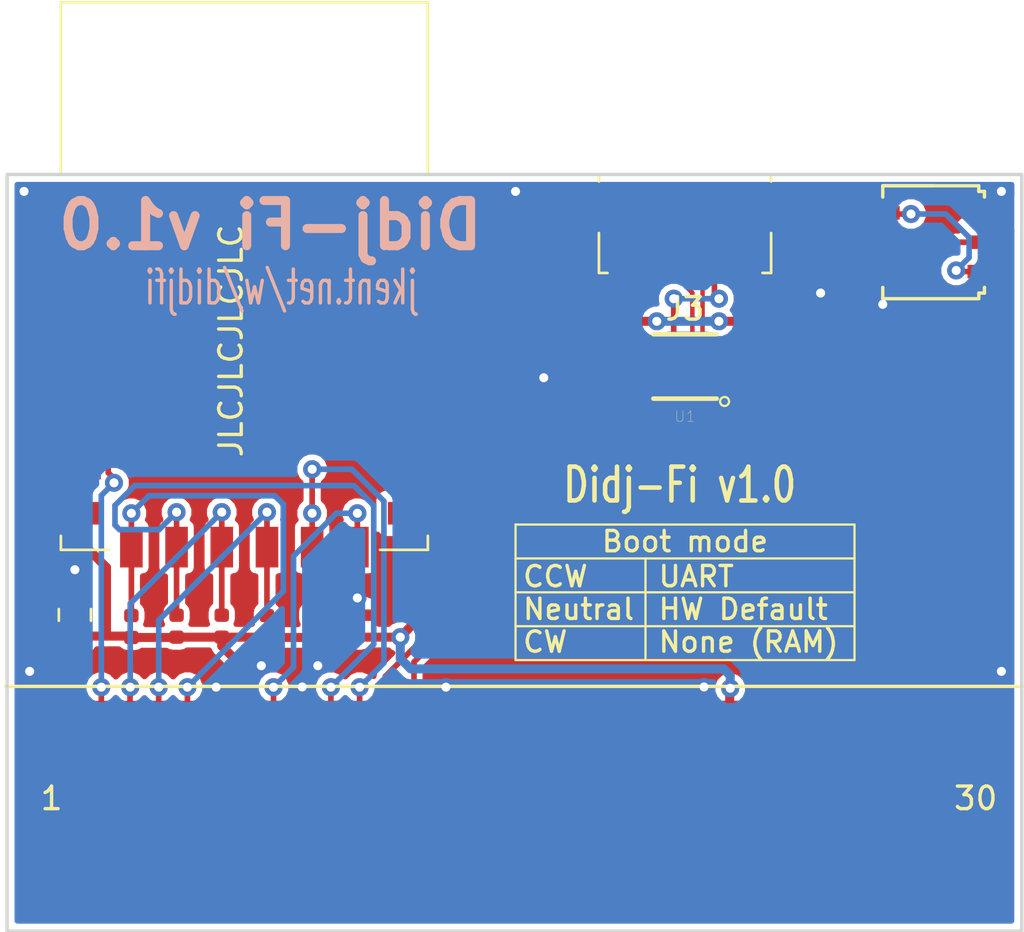
<source format=kicad_pcb>
(kicad_pcb (version 20171130) (host pcbnew 5.0.2+dfsg1-1)

  (general
    (thickness 1.6)
    (drawings 23)
    (tracks 234)
    (zones 0)
    (modules 20)
    (nets 49)
  )

  (page USLetter)
  (title_block
    (title Didj-Fi)
    (date 2020-05-25)
    (rev v1.0)
  )

  (layers
    (0 F.Cu signal)
    (31 B.Cu signal)
    (32 B.Adhes user)
    (33 F.Adhes user)
    (34 B.Paste user)
    (35 F.Paste user)
    (36 B.SilkS user)
    (37 F.SilkS user)
    (38 B.Mask user)
    (39 F.Mask user)
    (40 Dwgs.User user)
    (41 Cmts.User user)
    (42 Eco1.User user)
    (43 Eco2.User user)
    (44 Edge.Cuts user)
    (45 Margin user)
    (46 B.CrtYd user)
    (47 F.CrtYd user)
    (48 B.Fab user)
    (49 F.Fab user)
  )

  (setup
    (last_trace_width 0.25)
    (trace_clearance 0.2)
    (zone_clearance 0.254)
    (zone_45_only no)
    (trace_min 0.2)
    (segment_width 0.2)
    (edge_width 0.15)
    (via_size 0.8)
    (via_drill 0.4)
    (via_min_size 0.4)
    (via_min_drill 0.3)
    (uvia_size 0.3)
    (uvia_drill 0.1)
    (uvias_allowed no)
    (uvia_min_size 0.2)
    (uvia_min_drill 0.1)
    (pcb_text_width 0.3)
    (pcb_text_size 1.5 1.5)
    (mod_edge_width 0.15)
    (mod_text_size 1 1)
    (mod_text_width 0.15)
    (pad_size 0.889 9.525)
    (pad_drill 0)
    (pad_to_mask_clearance 0.051)
    (solder_mask_min_width 0.25)
    (aux_axis_origin 0 0)
    (visible_elements FFFFFF7F)
    (pcbplotparams
      (layerselection 0x010f0_ffffffff)
      (usegerberextensions false)
      (usegerberattributes false)
      (usegerberadvancedattributes false)
      (creategerberjobfile false)
      (excludeedgelayer true)
      (linewidth 0.100000)
      (plotframeref false)
      (viasonmask false)
      (mode 1)
      (useauxorigin false)
      (hpglpennumber 1)
      (hpglpenspeed 20)
      (hpglpendiameter 15.000000)
      (psnegative false)
      (psa4output false)
      (plotreference true)
      (plotvalue true)
      (plotinvisibletext false)
      (padsonsilk false)
      (subtractmaskfromsilk false)
      (outputformat 1)
      (mirror false)
      (drillshape 0)
      (scaleselection 1)
      (outputdirectory "rtm"))
  )

  (net 0 "")
  (net 1 +3V3)
  (net 2 GND)
  (net 3 /DAT1)
  (net 4 /DAT0)
  (net 5 /CLK)
  (net 6 /CMD)
  (net 7 /DAT3)
  (net 8 /DAT2)
  (net 9 /~RST)
  (net 10 "Net-(U2-Pad7)")
  (net 11 /EN)
  (net 12 /D5)
  (net 13 /D6)
  (net 14 /GPIO15)
  (net 15 "Net-(U2-Pad2)")
  (net 16 "Net-(U2-Pad4)")
  (net 17 "Net-(U2-Pad5)")
  (net 18 "Net-(U2-Pad6)")
  (net 19 "Net-(U2-Pad19)")
  (net 20 "Net-(U2-Pad20)")
  (net 21 "Net-(U2-Pad21)")
  (net 22 "Net-(U2-Pad22)")
  (net 23 /TX)
  (net 24 /RX)
  (net 25 "Net-(J1-Pad21)")
  (net 26 "Net-(J1-Pad19)")
  (net 27 "Net-(J1-Pad20)")
  (net 28 "Net-(J1-Pad17)")
  (net 29 "Net-(J1-Pad18)")
  (net 30 "Net-(J1-Pad15)")
  (net 31 "Net-(J1-Pad16)")
  (net 32 "Net-(J1-Pad14)")
  (net 33 "Net-(J1-Pad30)")
  (net 34 "Net-(J1-Pad26)")
  (net 35 "Net-(J1-Pad24)")
  (net 36 "Net-(J1-Pad27)")
  (net 37 "Net-(J1-Pad25)")
  (net 38 "Net-(R2-Pad1)")
  (net 39 "Net-(R10-Pad2)")
  (net 40 /D+)
  (net 41 /D-)
  (net 42 "Net-(U1-Pad4)")
  (net 43 "Net-(U1-Pad6)")
  (net 44 VBUS)
  (net 45 /V3)
  (net 46 /GPIO2)
  (net 47 /GPIO0)
  (net 48 "Net-(J3-Pad4)")

  (net_class Default "This is the default net class."
    (clearance 0.2)
    (trace_width 0.25)
    (via_dia 0.8)
    (via_drill 0.4)
    (uvia_dia 0.3)
    (uvia_drill 0.1)
    (add_net /CLK)
    (add_net /CMD)
    (add_net /D+)
    (add_net /D-)
    (add_net /D5)
    (add_net /D6)
    (add_net /DAT0)
    (add_net /DAT1)
    (add_net /DAT2)
    (add_net /DAT3)
    (add_net /EN)
    (add_net /GPIO0)
    (add_net /GPIO15)
    (add_net /GPIO2)
    (add_net /RX)
    (add_net /TX)
    (add_net /V3)
    (add_net /~RST)
    (add_net "Net-(J1-Pad14)")
    (add_net "Net-(J1-Pad15)")
    (add_net "Net-(J1-Pad16)")
    (add_net "Net-(J1-Pad17)")
    (add_net "Net-(J1-Pad18)")
    (add_net "Net-(J1-Pad19)")
    (add_net "Net-(J1-Pad20)")
    (add_net "Net-(J1-Pad21)")
    (add_net "Net-(J1-Pad24)")
    (add_net "Net-(J1-Pad25)")
    (add_net "Net-(J1-Pad26)")
    (add_net "Net-(J1-Pad27)")
    (add_net "Net-(J1-Pad30)")
    (add_net "Net-(J3-Pad4)")
    (add_net "Net-(R10-Pad2)")
    (add_net "Net-(R2-Pad1)")
    (add_net "Net-(U1-Pad4)")
    (add_net "Net-(U1-Pad6)")
    (add_net "Net-(U2-Pad19)")
    (add_net "Net-(U2-Pad2)")
    (add_net "Net-(U2-Pad20)")
    (add_net "Net-(U2-Pad21)")
    (add_net "Net-(U2-Pad22)")
    (add_net "Net-(U2-Pad4)")
    (add_net "Net-(U2-Pad5)")
    (add_net "Net-(U2-Pad6)")
    (add_net "Net-(U2-Pad7)")
    (add_net VBUS)
  )

  (net_class Power ""
    (clearance 0.2)
    (trace_width 0.4)
    (via_dia 0.8)
    (via_drill 0.4)
    (uvia_dia 0.3)
    (uvia_drill 0.1)
    (add_net +3V3)
    (add_net GND)
  )

  (module Connector_USB:USB_Micro-B_Molex_47346-0001 (layer F.Cu) (tedit 5ECB9725) (tstamp 5ECB9F67)
    (at 148.1 93.27 180)
    (descr "Micro USB B receptable with flange, bottom-mount, SMD, right-angle (http://www.molex.com/pdm_docs/sd/473460001_sd.pdf)")
    (tags "Micro B USB SMD")
    (path /5ECEDCEB)
    (attr smd)
    (fp_text reference J3 (at 0 -3.3) (layer F.SilkS)
      (effects (font (size 1 1) (thickness 0.15)))
    )
    (fp_text value USB_B_Micro (at 0 4.6) (layer F.Fab) hide
      (effects (font (size 1 1) (thickness 0.15)))
    )
    (fp_text user "PCB Edge" (at 0 2.67) (layer Dwgs.User)
      (effects (font (size 0.4 0.4) (thickness 0.04)))
    )
    (fp_text user %R (at 0 1.2 180) (layer F.Fab)
      (effects (font (size 1 1) (thickness 0.15)))
    )
    (fp_line (start 3.81 -1.71) (end 3.43 -1.71) (layer F.SilkS) (width 0.12))
    (fp_line (start 4.6 3.9) (end -4.6 3.9) (layer F.CrtYd) (width 0.05))
    (fp_line (start 4.6 -2.7) (end 4.6 3.9) (layer F.CrtYd) (width 0.05))
    (fp_line (start -4.6 -2.7) (end 4.6 -2.7) (layer F.CrtYd) (width 0.05))
    (fp_line (start -4.6 3.9) (end -4.6 -2.7) (layer F.CrtYd) (width 0.05))
    (fp_line (start 3.75 3.35) (end -3.75 3.35) (layer F.Fab) (width 0.1))
    (fp_line (start 3.75 -1.65) (end 3.75 3.35) (layer F.Fab) (width 0.1))
    (fp_line (start -3.75 -1.65) (end 3.75 -1.65) (layer F.Fab) (width 0.1))
    (fp_line (start -3.75 3.35) (end -3.75 -1.65) (layer F.Fab) (width 0.1))
    (fp_line (start 3.81 2.34) (end 3.81 2.6) (layer F.SilkS) (width 0.12))
    (fp_line (start 3.81 -1.71) (end 3.81 0.06) (layer F.SilkS) (width 0.12))
    (fp_line (start -3.81 -1.71) (end -3.43 -1.71) (layer F.SilkS) (width 0.12))
    (fp_line (start -3.81 0.06) (end -3.81 -1.71) (layer F.SilkS) (width 0.12))
    (fp_line (start -3.81 2.6) (end -3.81 2.34) (layer F.SilkS) (width 0.12))
    (fp_line (start -3.25 2.65) (end 3.25 2.65) (layer F.Fab) (width 0.1))
    (pad 1 smd rect (at -1.3 -1.46 180) (size 0.45 1.38) (layers F.Cu F.Paste F.Mask)
      (net 44 VBUS))
    (pad 2 smd rect (at -0.65 -1.46 180) (size 0.45 1.38) (layers F.Cu F.Paste F.Mask)
      (net 41 /D-))
    (pad 3 smd rect (at 0 -1.46 180) (size 0.45 1.38) (layers F.Cu F.Paste F.Mask)
      (net 40 /D+))
    (pad 4 smd rect (at 0.65 -1.46 180) (size 0.45 1.38) (layers F.Cu F.Paste F.Mask)
      (net 48 "Net-(J3-Pad4)"))
    (pad 5 smd rect (at 1.3 -1.46 180) (size 0.45 1.38) (layers F.Cu F.Paste F.Mask)
      (net 2 GND))
    (pad 6 smd rect (at -2.4625 -1.1 180) (size 1.475 2.1) (layers F.Cu F.Paste F.Mask)
      (net 2 GND))
    (pad 6 smd rect (at 2.4625 -1.1 180) (size 1.475 2.1) (layers F.Cu F.Paste F.Mask)
      (net 2 GND))
    (pad 6 smd rect (at -2.91 1.2 180) (size 2.375 1.9) (layers F.Cu F.Paste F.Mask)
      (net 2 GND))
    (pad 6 smd rect (at 2.91 1.2 180) (size 2.375 1.9) (layers F.Cu F.Paste F.Mask)
      (net 2 GND))
    (pad 6 smd rect (at -0.84 1.2 180) (size 1.175 1.9) (layers F.Cu F.Paste F.Mask)
      (net 2 GND))
    (pad 6 smd rect (at 0.84 1.2 180) (size 1.175 1.9) (layers F.Cu F.Paste F.Mask)
      (net 2 GND))
    (model ${KISYS3DMOD}/Connector_USB.3dshapes/USB_Micro-B_Molex_47346-0001.wrl
      (at (xyz 0 0 0))
      (scale (xyz 1 1 1))
      (rotate (xyz 0 0 0))
    )
  )

  (module Resistor_SMD:R_0402_1005Metric (layer F.Cu) (tedit 5ECB8B03) (tstamp 5ECB9FB3)
    (at 138.85 99.62 180)
    (descr "Resistor SMD 0402 (1005 Metric), square (rectangular) end terminal, IPC_7351 nominal, (Body size source: http://www.tortai-tech.com/upload/download/2011102023233369053.pdf), generated with kicad-footprint-generator")
    (tags resistor)
    (path /5ECFECC2)
    (attr smd)
    (fp_text reference R11 (at 0 -1.17 180) (layer F.SilkS) hide
      (effects (font (size 1 1) (thickness 0.15)))
    )
    (fp_text value 10k (at 0 1.17 180) (layer F.Fab) hide
      (effects (font (size 1 1) (thickness 0.15)))
    )
    (fp_line (start -0.5 0.25) (end -0.5 -0.25) (layer F.Fab) (width 0.1))
    (fp_line (start -0.5 -0.25) (end 0.5 -0.25) (layer F.Fab) (width 0.1))
    (fp_line (start 0.5 -0.25) (end 0.5 0.25) (layer F.Fab) (width 0.1))
    (fp_line (start 0.5 0.25) (end -0.5 0.25) (layer F.Fab) (width 0.1))
    (fp_line (start -0.93 0.47) (end -0.93 -0.47) (layer F.CrtYd) (width 0.05))
    (fp_line (start -0.93 -0.47) (end 0.93 -0.47) (layer F.CrtYd) (width 0.05))
    (fp_line (start 0.93 -0.47) (end 0.93 0.47) (layer F.CrtYd) (width 0.05))
    (fp_line (start 0.93 0.47) (end -0.93 0.47) (layer F.CrtYd) (width 0.05))
    (fp_text user %R (at 0 0 180) (layer F.Fab)
      (effects (font (size 0.25 0.25) (thickness 0.04)))
    )
    (pad 1 smd roundrect (at -0.485 0 180) (size 0.59 0.64) (layers F.Cu F.Paste F.Mask) (roundrect_rratio 0.25)
      (net 1 +3V3))
    (pad 2 smd roundrect (at 0.485 0 180) (size 0.59 0.64) (layers F.Cu F.Paste F.Mask) (roundrect_rratio 0.25)
      (net 47 /GPIO0))
    (model ${KISYS3DMOD}/Resistor_SMD.3dshapes/R_0402_1005Metric.wrl
      (at (xyz 0 0 0))
      (scale (xyz 1 1 1))
      (rotate (xyz 0 0 0))
    )
  )

  (module project:MSOP10 locked (layer F.Cu) (tedit 5ECB6108) (tstamp 5ECBA09E)
    (at 148.1 99.12 180)
    (path /5ECCB791)
    (fp_text reference U1 (at 0 -2.2098 180) (layer F.SilkS)
      (effects (font (size 0.48 0.48) (thickness 0.015)))
    )
    (fp_text value CH340E (at 0 2.2352 180) (layer F.Fab)
      (effects (font (size 0.48 0.48) (thickness 0.015)))
    )
    (fp_line (start -1.4 -1.425) (end -1.4 1.425) (layer F.Fab) (width 0.127))
    (fp_line (start -1.4 1.425) (end 1.4 1.425) (layer F.SilkS) (width 0.2032))
    (fp_line (start 1.4 1.425) (end 1.4 -1.425) (layer F.Fab) (width 0.127))
    (fp_line (start 1.4 -1.425) (end -1.4 -1.425) (layer F.SilkS) (width 0.2032))
    (fp_circle (center -1.75 -1.55) (end -1.55 -1.55) (layer F.SilkS) (width 0.1))
    (fp_poly (pts (xy -2.3125 -1.4875) (xy -2.0125 -1.4875) (xy -2.0125 -0.5125) (xy -2.3125 -0.5125)) (layer F.Fab) (width 0.01))
    (fp_poly (pts (xy -2.3125 -0.9875) (xy -2.0125 -0.9875) (xy -2.0125 -0.0125) (xy -2.3125 -0.0125)) (layer F.Fab) (width 0.01))
    (fp_poly (pts (xy -2.3125 -0.4875) (xy -2.0125 -0.4875) (xy -2.0125 0.4875) (xy -2.3125 0.4875)) (layer F.Fab) (width 0.01))
    (fp_poly (pts (xy -2.3125 0.0125) (xy -2.0125 0.0125) (xy -2.0125 0.9875) (xy -2.3125 0.9875)) (layer F.Fab) (width 0.01))
    (fp_poly (pts (xy -2.3125 0.5125) (xy -2.0125 0.5125) (xy -2.0125 1.4875) (xy -2.3125 1.4875)) (layer F.Fab) (width 0.01))
    (fp_poly (pts (xy -2.45 -1.55) (xy -2.05 -1.55) (xy -2.05 -0.45) (xy -2.45 -0.45)) (layer F.Mask) (width 0.01))
    (fp_poly (pts (xy -2.45 -1.05) (xy -2.05 -1.05) (xy -2.05 0.05) (xy -2.45 0.05)) (layer F.Mask) (width 0.01))
    (fp_poly (pts (xy -2.45 -0.55) (xy -2.05 -0.55) (xy -2.05 0.55) (xy -2.45 0.55)) (layer F.Mask) (width 0.01))
    (fp_poly (pts (xy -2.45 -0.05) (xy -2.05 -0.05) (xy -2.05 1.05) (xy -2.45 1.05)) (layer F.Mask) (width 0.01))
    (fp_poly (pts (xy -2.45 0.45) (xy -2.05 0.45) (xy -2.05 1.55) (xy -2.45 1.55)) (layer F.Mask) (width 0.01))
    (fp_poly (pts (xy -2.3875 -1.4375) (xy -2.1375 -1.4375) (xy -2.1375 -0.5625) (xy -2.3875 -0.5625)) (layer F.Paste) (width 0.01))
    (fp_poly (pts (xy -2.3875 -0.9375) (xy -2.1375 -0.9375) (xy -2.1375 -0.0625) (xy -2.3875 -0.0625)) (layer F.Paste) (width 0.01))
    (fp_poly (pts (xy -2.3875 -0.4375) (xy -2.1375 -0.4375) (xy -2.1375 0.4375) (xy -2.3875 0.4375)) (layer F.Paste) (width 0.01))
    (fp_poly (pts (xy -2.3875 0.0625) (xy -2.1375 0.0625) (xy -2.1375 0.9375) (xy -2.3875 0.9375)) (layer F.Paste) (width 0.01))
    (fp_poly (pts (xy -2.3875 0.5625) (xy -2.1375 0.5625) (xy -2.1375 1.4375) (xy -2.3875 1.4375)) (layer F.Paste) (width 0.01))
    (fp_poly (pts (xy 2.0125 0.5125) (xy 2.3125 0.5125) (xy 2.3125 1.4875) (xy 2.0125 1.4875)) (layer F.Fab) (width 0.01))
    (fp_poly (pts (xy 2.0125 0.0125) (xy 2.3125 0.0125) (xy 2.3125 0.9875) (xy 2.0125 0.9875)) (layer F.Fab) (width 0.01))
    (fp_poly (pts (xy 2.0125 -0.4875) (xy 2.3125 -0.4875) (xy 2.3125 0.4875) (xy 2.0125 0.4875)) (layer F.Fab) (width 0.01))
    (fp_poly (pts (xy 2.0125 -0.9875) (xy 2.3125 -0.9875) (xy 2.3125 -0.0125) (xy 2.0125 -0.0125)) (layer F.Fab) (width 0.01))
    (fp_poly (pts (xy 2.0125 -1.4875) (xy 2.3125 -1.4875) (xy 2.3125 -0.5125) (xy 2.0125 -0.5125)) (layer F.Fab) (width 0.01))
    (fp_poly (pts (xy 2.05 0.45) (xy 2.45 0.45) (xy 2.45 1.55) (xy 2.05 1.55)) (layer F.Mask) (width 0.01))
    (fp_poly (pts (xy 2.05 -0.05) (xy 2.45 -0.05) (xy 2.45 1.05) (xy 2.05 1.05)) (layer F.Mask) (width 0.01))
    (fp_poly (pts (xy 2.05 -0.55) (xy 2.45 -0.55) (xy 2.45 0.55) (xy 2.05 0.55)) (layer F.Mask) (width 0.01))
    (fp_poly (pts (xy 2.05 -1.05) (xy 2.45 -1.05) (xy 2.45 0.05) (xy 2.05 0.05)) (layer F.Mask) (width 0.01))
    (fp_poly (pts (xy 2.05 -1.55) (xy 2.45 -1.55) (xy 2.45 -0.45) (xy 2.05 -0.45)) (layer F.Mask) (width 0.01))
    (fp_poly (pts (xy 2.1375 0.5625) (xy 2.3875 0.5625) (xy 2.3875 1.4375) (xy 2.1375 1.4375)) (layer F.Paste) (width 0.01))
    (fp_poly (pts (xy 2.1375 0.0625) (xy 2.3875 0.0625) (xy 2.3875 0.9375) (xy 2.1375 0.9375)) (layer F.Paste) (width 0.01))
    (fp_poly (pts (xy 2.1375 -0.4375) (xy 2.3875 -0.4375) (xy 2.3875 0.4375) (xy 2.1375 0.4375)) (layer F.Paste) (width 0.01))
    (fp_poly (pts (xy 2.1375 -0.9375) (xy 2.3875 -0.9375) (xy 2.3875 -0.0625) (xy 2.1375 -0.0625)) (layer F.Paste) (width 0.01))
    (fp_poly (pts (xy 2.1375 -1.4375) (xy 2.3875 -1.4375) (xy 2.3875 -0.5625) (xy 2.1375 -0.5625)) (layer F.Paste) (width 0.01))
    (pad 1 smd rect (at -2.25 -1 180) (size 1 0.3) (layers F.Cu)
      (net 40 /D+))
    (pad 2 smd rect (at -2.25 -0.5 180) (size 1 0.3) (layers F.Cu)
      (net 41 /D-))
    (pad 3 smd rect (at -2.25 0 180) (size 1 0.3) (layers F.Cu)
      (net 2 GND))
    (pad 4 smd rect (at -2.25 0.5 180) (size 1 0.3) (layers F.Cu)
      (net 42 "Net-(U1-Pad4)"))
    (pad 5 smd rect (at -2.25 1 180) (size 1 0.3) (layers F.Cu)
      (net 1 +3V3))
    (pad 6 smd rect (at 2.25 1 180) (size 1 0.3) (layers F.Cu)
      (net 43 "Net-(U1-Pad6)"))
    (pad 7 smd rect (at 2.25 0.5 180) (size 1 0.3) (layers F.Cu)
      (net 44 VBUS))
    (pad 8 smd rect (at 2.25 0 180) (size 1 0.3) (layers F.Cu)
      (net 24 /RX))
    (pad 9 smd rect (at 2.25 -0.5 180) (size 1 0.3) (layers F.Cu)
      (net 23 /TX))
    (pad 10 smd rect (at 2.25 -1 180) (size 1 0.3) (layers F.Cu)
      (net 45 /V3))
  )

  (module project:cs-4 (layer F.Cu) (tedit 5ECB972E) (tstamp 5ECBA4E9)
    (at 159.1 93.62 90)
    (path /5ED20C48)
    (fp_text reference S1 (at 0 -4 90) (layer F.SilkS) hide
      (effects (font (size 1 1) (thickness 0.15)))
    )
    (fp_text value CS-4-22YA (at 0 -5.5 90) (layer F.Fab) hide
      (effects (font (size 1 1) (thickness 0.15)))
    )
    (fp_line (start 2.5 -2.25) (end 2 -2.25) (layer F.SilkS) (width 0.15))
    (fp_line (start -2.5 -2.25) (end -2 -2.25) (layer F.SilkS) (width 0.15))
    (fp_line (start -2.25 2.25) (end -2 2.25) (layer F.SilkS) (width 0.15))
    (fp_line (start -2.25 2) (end -2.25 2.25) (layer F.SilkS) (width 0.15))
    (fp_line (start -2.5 2) (end -2.25 2) (layer F.SilkS) (width 0.15))
    (fp_line (start 2.25 2.25) (end 2 2.25) (layer F.SilkS) (width 0.15))
    (fp_line (start 2.25 2) (end 2.25 2.25) (layer F.SilkS) (width 0.15))
    (fp_line (start 2.5 2) (end 2.25 2) (layer F.SilkS) (width 0.15))
    (fp_line (start -2.5 2) (end -2.5 -2.25) (layer F.CrtYd) (width 0.15))
    (fp_line (start 2.25 2.25) (end -2.25 2.25) (layer F.CrtYd) (width 0.15))
    (fp_line (start 2.5 2) (end 2.5 -2.25) (layer F.CrtYd) (width 0.15))
    (fp_line (start -2.25 2) (end -2.5 2) (layer F.CrtYd) (width 0.15))
    (fp_line (start -2.25 2.25) (end -2.25 2) (layer F.CrtYd) (width 0.15))
    (fp_line (start 2.25 2) (end 2.5 2) (layer F.CrtYd) (width 0.15))
    (fp_line (start 2.25 2.25) (end 2.25 2) (layer F.CrtYd) (width 0.15))
    (fp_line (start 2.5 -2.25) (end -2.5 -2.25) (layer F.CrtYd) (width 0.15))
    (fp_line (start -2.5 2) (end -2.5 -2.25) (layer F.SilkS) (width 0.15))
    (fp_line (start 2.5 -2.25) (end 2.5 2) (layer F.SilkS) (width 0.15))
    (fp_line (start 2.5 0) (end 2.5 -2.25) (layer F.SilkS) (width 0.15))
    (pad ~1 smd rect (at 1.3 2.25 90) (size 0.6 1.5) (layers F.Cu F.Paste F.Mask)
      (net 2 GND))
    (pad ~C smd rect (at 0 2.25 90) (size 0.6 1.5) (layers F.Cu F.Paste F.Mask)
      (net 39 "Net-(R10-Pad2)"))
    (pad ~2 smd rect (at -1.3 2.25 90) (size 0.6 1.5) (layers F.Cu F.Paste F.Mask)
      (net 1 +3V3))
    (pad 1 smd rect (at -1.3 -2.25 90) (size 0.6 1.5) (layers F.Cu F.Paste F.Mask)
      (net 2 GND))
    (pad C smd rect (at 0 -2.25 90) (size 0.6 1.5) (layers F.Cu F.Paste F.Mask)
      (net 38 "Net-(R2-Pad1)"))
    (pad 2 smd rect (at 1.3 -2.25 90) (size 0.6 1.5) (layers F.Cu F.Paste F.Mask)
      (net 1 +3V3))
  )

  (module RF_Module:ESP-12E locked (layer F.Cu) (tedit 5ECB974E) (tstamp 5ECBA55B)
    (at 128.6 95.12)
    (descr "Wi-Fi Module, http://wiki.ai-thinker.com/_media/esp8266/docs/aithinker_esp_12f_datasheet_en.pdf")
    (tags "Wi-Fi Module")
    (path /5EF77771)
    (attr smd)
    (fp_text reference U2 (at -10.56 -5.26) (layer F.SilkS) hide
      (effects (font (size 1 1) (thickness 0.15)))
    )
    (fp_text value ESP-12F (at -0.06 -12.78) (layer F.Fab) hide
      (effects (font (size 1 1) (thickness 0.15)))
    )
    (fp_line (start 5.56 -4.8) (end 8.12 -7.36) (layer Dwgs.User) (width 0.12))
    (fp_line (start 2.56 -4.8) (end 8.12 -10.36) (layer Dwgs.User) (width 0.12))
    (fp_line (start -0.44 -4.8) (end 6.88 -12.12) (layer Dwgs.User) (width 0.12))
    (fp_line (start -3.44 -4.8) (end 3.88 -12.12) (layer Dwgs.User) (width 0.12))
    (fp_line (start -6.44 -4.8) (end 0.88 -12.12) (layer Dwgs.User) (width 0.12))
    (fp_line (start -8.12 -6.12) (end -2.12 -12.12) (layer Dwgs.User) (width 0.12))
    (fp_line (start -8.12 -9.12) (end -5.12 -12.12) (layer Dwgs.User) (width 0.12))
    (fp_line (start -8.12 -4.8) (end -8.12 -12.12) (layer Dwgs.User) (width 0.12))
    (fp_line (start 8.12 -4.8) (end -8.12 -4.8) (layer Dwgs.User) (width 0.12))
    (fp_line (start 8.12 -12.12) (end 8.12 -4.8) (layer Dwgs.User) (width 0.12))
    (fp_line (start -8.12 -12.12) (end 8.12 -12.12) (layer Dwgs.User) (width 0.12))
    (fp_line (start -8.12 -4.5) (end -8.73 -4.5) (layer F.SilkS) (width 0.12))
    (fp_line (start -8.12 -4.5) (end -8.12 -12.12) (layer F.SilkS) (width 0.12))
    (fp_line (start -8.12 12.12) (end -8.12 11.5) (layer F.SilkS) (width 0.12))
    (fp_line (start -6 12.12) (end -8.12 12.12) (layer F.SilkS) (width 0.12))
    (fp_line (start 8.12 12.12) (end 6 12.12) (layer F.SilkS) (width 0.12))
    (fp_line (start 8.12 11.5) (end 8.12 12.12) (layer F.SilkS) (width 0.12))
    (fp_line (start 8.12 -12.12) (end 8.12 -4.5) (layer F.SilkS) (width 0.12))
    (fp_line (start -8.12 -12.12) (end 8.12 -12.12) (layer F.SilkS) (width 0.12))
    (fp_line (start -9.05 13.1) (end -9.05 -12.2) (layer F.CrtYd) (width 0.05))
    (fp_line (start 9.05 13.1) (end -9.05 13.1) (layer F.CrtYd) (width 0.05))
    (fp_line (start 9.05 -12.2) (end 9.05 13.1) (layer F.CrtYd) (width 0.05))
    (fp_line (start -9.05 -12.2) (end 9.05 -12.2) (layer F.CrtYd) (width 0.05))
    (fp_line (start -8 -4) (end -8 -12) (layer F.Fab) (width 0.12))
    (fp_line (start -7.5 -3.5) (end -8 -4) (layer F.Fab) (width 0.12))
    (fp_line (start -8 -3) (end -7.5 -3.5) (layer F.Fab) (width 0.12))
    (fp_line (start -8 12) (end -8 -3) (layer F.Fab) (width 0.12))
    (fp_line (start 8 12) (end -8 12) (layer F.Fab) (width 0.12))
    (fp_line (start 8 -12) (end 8 12) (layer F.Fab) (width 0.12))
    (fp_line (start -8 -12) (end 8 -12) (layer F.Fab) (width 0.12))
    (fp_text user %R (at 0.49 -0.8) (layer F.Fab)
      (effects (font (size 1 1) (thickness 0.15)))
    )
    (fp_text user "KEEP-OUT ZONE" (at 0.03 -9.55 180) (layer Cmts.User) hide
      (effects (font (size 1 1) (thickness 0.15)))
    )
    (fp_text user Antenna (at -0.06 -7 180) (layer Cmts.User) hide
      (effects (font (size 1 1) (thickness 0.15)))
    )
    (pad 22 smd rect (at 7.6 -3.5) (size 2.5 1) (layers F.Cu F.Paste F.Mask)
      (net 22 "Net-(U2-Pad22)"))
    (pad 21 smd rect (at 7.6 -1.5) (size 2.5 1) (layers F.Cu F.Paste F.Mask)
      (net 21 "Net-(U2-Pad21)"))
    (pad 20 smd rect (at 7.6 0.5) (size 2.5 1) (layers F.Cu F.Paste F.Mask)
      (net 20 "Net-(U2-Pad20)"))
    (pad 19 smd rect (at 7.6 2.5) (size 2.5 1) (layers F.Cu F.Paste F.Mask)
      (net 19 "Net-(U2-Pad19)"))
    (pad 18 smd rect (at 7.6 4.5) (size 2.5 1) (layers F.Cu F.Paste F.Mask)
      (net 47 /GPIO0))
    (pad 17 smd rect (at 7.6 6.5) (size 2.5 1) (layers F.Cu F.Paste F.Mask)
      (net 46 /GPIO2))
    (pad 16 smd rect (at 7.6 8.5) (size 2.5 1) (layers F.Cu F.Paste F.Mask)
      (net 14 /GPIO15))
    (pad 15 smd rect (at 7.6 10.5) (size 2.5 1) (layers F.Cu F.Paste F.Mask)
      (net 2 GND))
    (pad 14 smd rect (at 5 12) (size 1 1.8) (layers F.Cu F.Paste F.Mask)
      (net 5 /CLK))
    (pad 13 smd rect (at 3 12) (size 1 1.8) (layers F.Cu F.Paste F.Mask)
      (net 3 /DAT1))
    (pad 12 smd rect (at 1 12) (size 1 1.8) (layers F.Cu F.Paste F.Mask)
      (net 7 /DAT3))
    (pad 11 smd rect (at -1 12) (size 1 1.8) (layers F.Cu F.Paste F.Mask)
      (net 8 /DAT2))
    (pad 10 smd rect (at -3 12) (size 1 1.8) (layers F.Cu F.Paste F.Mask)
      (net 4 /DAT0))
    (pad 9 smd rect (at -5 12) (size 1 1.8) (layers F.Cu F.Paste F.Mask)
      (net 6 /CMD))
    (pad 8 smd rect (at -7.6 10.5) (size 2.5 1) (layers F.Cu F.Paste F.Mask)
      (net 1 +3V3))
    (pad 7 smd rect (at -7.6 8.5) (size 2.5 1) (layers F.Cu F.Paste F.Mask)
      (net 10 "Net-(U2-Pad7)"))
    (pad 6 smd rect (at -7.6 6.5) (size 2.5 1) (layers F.Cu F.Paste F.Mask)
      (net 18 "Net-(U2-Pad6)"))
    (pad 5 smd rect (at -7.6 4.5) (size 2.5 1) (layers F.Cu F.Paste F.Mask)
      (net 17 "Net-(U2-Pad5)"))
    (pad 4 smd rect (at -7.6 2.5) (size 2.5 1) (layers F.Cu F.Paste F.Mask)
      (net 16 "Net-(U2-Pad4)"))
    (pad 3 smd rect (at -7.6 0.5) (size 2.5 1) (layers F.Cu F.Paste F.Mask)
      (net 11 /EN))
    (pad 2 smd rect (at -7.6 -1.5) (size 2.5 1) (layers F.Cu F.Paste F.Mask)
      (net 15 "Net-(U2-Pad2)"))
    (pad 1 smd rect (at -7.6 -3.5) (size 2.5 1) (layers F.Cu F.Paste F.Mask)
      (net 9 /~RST))
    (model ${KISYS3DMOD}/RF_Module.3dshapes/ESP-12E.wrl
      (at (xyz 0 0 0))
      (scale (xyz 1 1 1))
      (rotate (xyz 0 0 0))
    )
  )

  (module Capacitor_SMD:C_0805_2012Metric (layer F.Cu) (tedit 5B36C52B) (tstamp 5ECBA5E2)
    (at 121.1 110.12 90)
    (descr "Capacitor SMD 0805 (2012 Metric), square (rectangular) end terminal, IPC_7351 nominal, (Body size source: https://docs.google.com/spreadsheets/d/1BsfQQcO9C6DZCsRaXUlFlo91Tg2WpOkGARC1WS5S8t0/edit?usp=sharing), generated with kicad-footprint-generator")
    (tags capacitor)
    (path /5ED40EB7)
    (attr smd)
    (fp_text reference C3 (at 0 -1.65 90) (layer F.SilkS) hide
      (effects (font (size 1 1) (thickness 0.15)))
    )
    (fp_text value 22u (at 0 1.65 90) (layer F.Fab) hide
      (effects (font (size 1 1) (thickness 0.15)))
    )
    (fp_text user %R (at 0 0 90) (layer F.Fab)
      (effects (font (size 0.5 0.5) (thickness 0.08)))
    )
    (fp_line (start 1.68 0.95) (end -1.68 0.95) (layer F.CrtYd) (width 0.05))
    (fp_line (start 1.68 -0.95) (end 1.68 0.95) (layer F.CrtYd) (width 0.05))
    (fp_line (start -1.68 -0.95) (end 1.68 -0.95) (layer F.CrtYd) (width 0.05))
    (fp_line (start -1.68 0.95) (end -1.68 -0.95) (layer F.CrtYd) (width 0.05))
    (fp_line (start -0.258578 0.71) (end 0.258578 0.71) (layer F.SilkS) (width 0.12))
    (fp_line (start -0.258578 -0.71) (end 0.258578 -0.71) (layer F.SilkS) (width 0.12))
    (fp_line (start 1 0.6) (end -1 0.6) (layer F.Fab) (width 0.1))
    (fp_line (start 1 -0.6) (end 1 0.6) (layer F.Fab) (width 0.1))
    (fp_line (start -1 -0.6) (end 1 -0.6) (layer F.Fab) (width 0.1))
    (fp_line (start -1 0.6) (end -1 -0.6) (layer F.Fab) (width 0.1))
    (pad 2 smd roundrect (at 0.9375 0 90) (size 0.975 1.4) (layers F.Cu F.Paste F.Mask) (roundrect_rratio 0.25)
      (net 2 GND))
    (pad 1 smd roundrect (at -0.9375 0 90) (size 0.975 1.4) (layers F.Cu F.Paste F.Mask) (roundrect_rratio 0.25)
      (net 1 +3V3))
    (model ${KISYS3DMOD}/Capacitor_SMD.3dshapes/C_0805_2012Metric.wrl
      (at (xyz 0 0 0))
      (scale (xyz 1 1 1))
      (rotate (xyz 0 0 0))
    )
  )

  (module Resistor_SMD:R_0402_1005Metric (layer F.Cu) (tedit 5B301BBD) (tstamp 5ECBA610)
    (at 158.85 97.385 90)
    (descr "Resistor SMD 0402 (1005 Metric), square (rectangular) end terminal, IPC_7351 nominal, (Body size source: http://www.tortai-tech.com/upload/download/2011102023233369053.pdf), generated with kicad-footprint-generator")
    (tags resistor)
    (path /5EE45BF6)
    (attr smd)
    (fp_text reference R10 (at 0 -1.17 90) (layer F.SilkS) hide
      (effects (font (size 1 1) (thickness 0.15)))
    )
    (fp_text value 4.7k (at 0 1.17 90) (layer F.Fab) hide
      (effects (font (size 1 1) (thickness 0.15)))
    )
    (fp_text user %R (at 0 0 90) (layer F.Fab)
      (effects (font (size 0.25 0.25) (thickness 0.04)))
    )
    (fp_line (start 0.93 0.47) (end -0.93 0.47) (layer F.CrtYd) (width 0.05))
    (fp_line (start 0.93 -0.47) (end 0.93 0.47) (layer F.CrtYd) (width 0.05))
    (fp_line (start -0.93 -0.47) (end 0.93 -0.47) (layer F.CrtYd) (width 0.05))
    (fp_line (start -0.93 0.47) (end -0.93 -0.47) (layer F.CrtYd) (width 0.05))
    (fp_line (start 0.5 0.25) (end -0.5 0.25) (layer F.Fab) (width 0.1))
    (fp_line (start 0.5 -0.25) (end 0.5 0.25) (layer F.Fab) (width 0.1))
    (fp_line (start -0.5 -0.25) (end 0.5 -0.25) (layer F.Fab) (width 0.1))
    (fp_line (start -0.5 0.25) (end -0.5 -0.25) (layer F.Fab) (width 0.1))
    (pad 2 smd roundrect (at 0.485 0 90) (size 0.59 0.64) (layers F.Cu F.Paste F.Mask) (roundrect_rratio 0.25)
      (net 39 "Net-(R10-Pad2)"))
    (pad 1 smd roundrect (at -0.485 0 90) (size 0.59 0.64) (layers F.Cu F.Paste F.Mask) (roundrect_rratio 0.25)
      (net 13 /D6))
    (model ${KISYS3DMOD}/Resistor_SMD.3dshapes/R_0402_1005Metric.wrl
      (at (xyz 0 0 0))
      (scale (xyz 1 1 1))
      (rotate (xyz 0 0 0))
    )
  )

  (module Resistor_SMD:R_0402_1005Metric (layer F.Cu) (tedit 5B301BBD) (tstamp 5ECB9F1D)
    (at 138.85 103.62 180)
    (descr "Resistor SMD 0402 (1005 Metric), square (rectangular) end terminal, IPC_7351 nominal, (Body size source: http://www.tortai-tech.com/upload/download/2011102023233369053.pdf), generated with kicad-footprint-generator")
    (tags resistor)
    (path /5ECC4295)
    (attr smd)
    (fp_text reference R9 (at 0 -1.17 180) (layer F.SilkS) hide
      (effects (font (size 1 1) (thickness 0.15)))
    )
    (fp_text value 10k (at 0 1.17 180) (layer F.Fab) hide
      (effects (font (size 1 1) (thickness 0.15)))
    )
    (fp_text user %R (at 0 0 180) (layer F.Fab)
      (effects (font (size 0.25 0.25) (thickness 0.04)))
    )
    (fp_line (start 0.93 0.47) (end -0.93 0.47) (layer F.CrtYd) (width 0.05))
    (fp_line (start 0.93 -0.47) (end 0.93 0.47) (layer F.CrtYd) (width 0.05))
    (fp_line (start -0.93 -0.47) (end 0.93 -0.47) (layer F.CrtYd) (width 0.05))
    (fp_line (start -0.93 0.47) (end -0.93 -0.47) (layer F.CrtYd) (width 0.05))
    (fp_line (start 0.5 0.25) (end -0.5 0.25) (layer F.Fab) (width 0.1))
    (fp_line (start 0.5 -0.25) (end 0.5 0.25) (layer F.Fab) (width 0.1))
    (fp_line (start -0.5 -0.25) (end 0.5 -0.25) (layer F.Fab) (width 0.1))
    (fp_line (start -0.5 0.25) (end -0.5 -0.25) (layer F.Fab) (width 0.1))
    (pad 2 smd roundrect (at 0.485 0 180) (size 0.59 0.64) (layers F.Cu F.Paste F.Mask) (roundrect_rratio 0.25)
      (net 14 /GPIO15))
    (pad 1 smd roundrect (at -0.485 0 180) (size 0.59 0.64) (layers F.Cu F.Paste F.Mask) (roundrect_rratio 0.25)
      (net 1 +3V3))
    (model ${KISYS3DMOD}/Resistor_SMD.3dshapes/R_0402_1005Metric.wrl
      (at (xyz 0 0 0))
      (scale (xyz 1 1 1))
      (rotate (xyz 0 0 0))
    )
  )

  (module Resistor_SMD:R_0402_1005Metric (layer F.Cu) (tedit 5B301BBD) (tstamp 5ECB9EB1)
    (at 127.6 110.62 90)
    (descr "Resistor SMD 0402 (1005 Metric), square (rectangular) end terminal, IPC_7351 nominal, (Body size source: http://www.tortai-tech.com/upload/download/2011102023233369053.pdf), generated with kicad-footprint-generator")
    (tags resistor)
    (path /5EC8D8C9)
    (attr smd)
    (fp_text reference R4 (at 0 -1.17 90) (layer F.SilkS) hide
      (effects (font (size 1 1) (thickness 0.15)))
    )
    (fp_text value 10k (at 0 1.17 90) (layer F.Fab) hide
      (effects (font (size 1 1) (thickness 0.15)))
    )
    (fp_text user %R (at 0 0 90) (layer F.Fab)
      (effects (font (size 0.25 0.25) (thickness 0.04)))
    )
    (fp_line (start 0.93 0.47) (end -0.93 0.47) (layer F.CrtYd) (width 0.05))
    (fp_line (start 0.93 -0.47) (end 0.93 0.47) (layer F.CrtYd) (width 0.05))
    (fp_line (start -0.93 -0.47) (end 0.93 -0.47) (layer F.CrtYd) (width 0.05))
    (fp_line (start -0.93 0.47) (end -0.93 -0.47) (layer F.CrtYd) (width 0.05))
    (fp_line (start 0.5 0.25) (end -0.5 0.25) (layer F.Fab) (width 0.1))
    (fp_line (start 0.5 -0.25) (end 0.5 0.25) (layer F.Fab) (width 0.1))
    (fp_line (start -0.5 -0.25) (end 0.5 -0.25) (layer F.Fab) (width 0.1))
    (fp_line (start -0.5 0.25) (end -0.5 -0.25) (layer F.Fab) (width 0.1))
    (pad 2 smd roundrect (at 0.485 0 90) (size 0.59 0.64) (layers F.Cu F.Paste F.Mask) (roundrect_rratio 0.25)
      (net 8 /DAT2))
    (pad 1 smd roundrect (at -0.485 0 90) (size 0.59 0.64) (layers F.Cu F.Paste F.Mask) (roundrect_rratio 0.25)
      (net 1 +3V3))
    (model ${KISYS3DMOD}/Resistor_SMD.3dshapes/R_0402_1005Metric.wrl
      (at (xyz 0 0 0))
      (scale (xyz 1 1 1))
      (rotate (xyz 0 0 0))
    )
  )

  (module project:didj_cart (layer F.Cu) (tedit 5ECB5A28) (tstamp 5ECBA1C1)
    (at 118.0365 113.2845)
    (path /5ECA2C2B)
    (attr smd)
    (fp_text reference J1 (at 2.032 -12.446) (layer F.SilkS) hide
      (effects (font (size 1 1) (thickness 0.15)))
    )
    (fp_text value didj_cart (at 3.048 -14.224) (layer F.Fab) hide
      (effects (font (size 1 1) (thickness 0.15)))
    )
    (fp_line (start 0 10.8) (end 45 10.8) (layer Dwgs.User) (width 0.15))
    (fp_line (start 45 10.8) (end 45 0) (layer Dwgs.User) (width 0.15))
    (fp_line (start 0 0) (end 0 10.8) (layer Dwgs.User) (width 0.15))
    (fp_line (start 0 0) (end 45 0) (layer F.SilkS) (width 0.15))
    (fp_text user 1 (at 2.032 4.958) (layer F.SilkS)
      (effects (font (size 1 1) (thickness 0.15)))
    )
    (fp_text user 30 (at 42.926 4.958) (layer F.SilkS)
      (effects (font (size 1 1) (thickness 0.15)))
    )
    (pad 1 connect rect (at 4.1 5.085) (size 0.889 8.89) (layers F.Cu F.Mask)
      (net 11 /EN))
    (pad 2 connect rect (at 5.37 5.085) (size 0.889 8.89) (layers F.Cu F.Mask)
      (net 8 /DAT2))
    (pad 3 connect rect (at 6.64 5.085) (size 0.889 8.89) (layers F.Cu F.Mask)
      (net 7 /DAT3))
    (pad 4 connect rect (at 7.91 5.085) (size 0.889 8.89) (layers F.Cu F.Mask)
      (net 6 /CMD))
    (pad 5 connect rect (at 9.18 5.085) (size 0.889 9.525) (drill (offset 0 0.3175)) (layers F.Cu F.Mask)
      (net 2 GND))
    (pad 6 connect rect (at 10.45 5.085) (size 0.889 9.525) (drill (offset 0 0.3125)) (layers F.Cu F.Mask)
      (net 1 +3V3))
    (pad 7 connect rect (at 11.72 5.085) (size 0.889 8.89) (layers F.Cu F.Mask)
      (net 5 /CLK))
    (pad 8 connect rect (at 12.99 5.085) (size 0.889 9.525) (drill (offset 0 0.3125)) (layers F.Cu F.Mask)
      (net 2 GND))
    (pad 9 connect rect (at 14.26 5.085) (size 0.889 8.89) (layers F.Cu F.Mask)
      (net 4 /DAT0))
    (pad 10 connect rect (at 15.53 5.085) (size 0.889 8.89) (layers F.Cu F.Mask)
      (net 3 /DAT1))
    (pad 11 connect rect (at 16.8 5.085) (size 0.889 8.89) (layers F.Cu F.Mask)
      (net 24 /RX))
    (pad 21 connect rect (at 29.5 5.085) (size 0.889 8.89) (layers F.Cu F.Mask)
      (net 25 "Net-(J1-Pad21)"))
    (pad 19 connect rect (at 26.96 5.085) (size 0.889 8.89) (layers F.Cu F.Mask)
      (net 26 "Net-(J1-Pad19)"))
    (pad 20 connect rect (at 28.23 5.085) (size 0.889 8.89) (layers F.Cu F.Mask)
      (net 27 "Net-(J1-Pad20)"))
    (pad 17 connect rect (at 24.42 5.085) (size 0.889 8.89) (layers F.Cu F.Mask)
      (net 28 "Net-(J1-Pad17)"))
    (pad 12 connect rect (at 18.07 5.085) (size 0.889 8.89) (layers F.Cu F.Mask)
      (net 23 /TX))
    (pad 18 connect rect (at 25.69 5.085) (size 0.889 8.89) (layers F.Cu F.Mask)
      (net 29 "Net-(J1-Pad18)"))
    (pad 15 connect rect (at 21.88 5.085) (size 0.889 8.89) (layers F.Cu F.Mask)
      (net 30 "Net-(J1-Pad15)"))
    (pad 13 connect rect (at 19.34 5.085) (size 0.889 9.525) (drill (offset 0 0.3125)) (layers F.Cu F.Mask)
      (net 2 GND))
    (pad 16 connect rect (at 23.15 5.085) (size 0.889 8.89) (layers F.Cu F.Mask)
      (net 31 "Net-(J1-Pad16)"))
    (pad 14 connect rect (at 20.61 5.085) (size 0.889 8.89) (layers F.Cu F.Mask)
      (net 32 "Net-(J1-Pad14)"))
    (pad 22 connect rect (at 30.77 5.085) (size 0.889 9.525) (drill (offset 0 0.3125)) (layers F.Cu F.Mask)
      (net 2 GND))
    (pad 30 connect rect (at 40.93 5.085) (size 0.889 8.89) (layers F.Cu F.Mask)
      (net 33 "Net-(J1-Pad30)"))
    (pad 28 connect rect (at 38.39 5.085) (size 0.889 8.89) (layers F.Cu F.Mask)
      (net 12 /D5))
    (pad 23 connect rect (at 32.04 5.085) (size 0.889 9.525) (drill (offset 0 0.3125)) (layers F.Cu F.Mask)
      (net 1 +3V3))
    (pad 29 connect rect (at 39.66 5.085) (size 0.889 8.89) (layers F.Cu F.Mask)
      (net 13 /D6))
    (pad 26 connect rect (at 35.85 5.085) (size 0.889 8.89) (layers F.Cu F.Mask)
      (net 34 "Net-(J1-Pad26)"))
    (pad 24 connect rect (at 33.31 5.085) (size 0.889 8.89) (layers F.Cu F.Mask)
      (net 35 "Net-(J1-Pad24)"))
    (pad 27 connect rect (at 37.12 5.085) (size 0.889 8.89) (layers F.Cu F.Mask)
      (net 36 "Net-(J1-Pad27)"))
    (pad 25 connect rect (at 34.58 5.085) (size 0.889 8.89) (layers F.Cu F.Mask)
      (net 37 "Net-(J1-Pad25)"))
  )

  (module Capacitor_SMD:C_0402_1005Metric (layer F.Cu) (tedit 5B301BBE) (tstamp 5ECBA31F)
    (at 151.85 98.635 270)
    (descr "Capacitor SMD 0402 (1005 Metric), square (rectangular) end terminal, IPC_7351 nominal, (Body size source: http://www.tortai-tech.com/upload/download/2011102023233369053.pdf), generated with kicad-footprint-generator")
    (tags capacitor)
    (path /5EDCDC07)
    (attr smd)
    (fp_text reference C1 (at 0 -1.17 270) (layer F.SilkS) hide
      (effects (font (size 1 1) (thickness 0.15)))
    )
    (fp_text value 0.1u (at 0 1.17 270) (layer F.Fab) hide
      (effects (font (size 1 1) (thickness 0.15)))
    )
    (fp_text user %R (at 0 0 270) (layer F.Fab)
      (effects (font (size 0.25 0.25) (thickness 0.04)))
    )
    (fp_line (start 0.93 0.47) (end -0.93 0.47) (layer F.CrtYd) (width 0.05))
    (fp_line (start 0.93 -0.47) (end 0.93 0.47) (layer F.CrtYd) (width 0.05))
    (fp_line (start -0.93 -0.47) (end 0.93 -0.47) (layer F.CrtYd) (width 0.05))
    (fp_line (start -0.93 0.47) (end -0.93 -0.47) (layer F.CrtYd) (width 0.05))
    (fp_line (start 0.5 0.25) (end -0.5 0.25) (layer F.Fab) (width 0.1))
    (fp_line (start 0.5 -0.25) (end 0.5 0.25) (layer F.Fab) (width 0.1))
    (fp_line (start -0.5 -0.25) (end 0.5 -0.25) (layer F.Fab) (width 0.1))
    (fp_line (start -0.5 0.25) (end -0.5 -0.25) (layer F.Fab) (width 0.1))
    (pad 2 smd roundrect (at 0.485 0 270) (size 0.59 0.64) (layers F.Cu F.Paste F.Mask) (roundrect_rratio 0.25)
      (net 2 GND))
    (pad 1 smd roundrect (at -0.485 0 270) (size 0.59 0.64) (layers F.Cu F.Paste F.Mask) (roundrect_rratio 0.25)
      (net 1 +3V3))
    (model ${KISYS3DMOD}/Capacitor_SMD.3dshapes/C_0402_1005Metric.wrl
      (at (xyz 0 0 0))
      (scale (xyz 1 1 1))
      (rotate (xyz 0 0 0))
    )
  )

  (module Capacitor_SMD:C_0402_1005Metric (layer F.Cu) (tedit 5B301BBE) (tstamp 5ECBA175)
    (at 133.6 110.62 90)
    (descr "Capacitor SMD 0402 (1005 Metric), square (rectangular) end terminal, IPC_7351 nominal, (Body size source: http://www.tortai-tech.com/upload/download/2011102023233369053.pdf), generated with kicad-footprint-generator")
    (tags capacitor)
    (path /5ED40F65)
    (attr smd)
    (fp_text reference C4 (at 0 -1.17 90) (layer F.SilkS) hide
      (effects (font (size 1 1) (thickness 0.15)))
    )
    (fp_text value 0.1u (at 0 1.17 90) (layer F.Fab) hide
      (effects (font (size 1 1) (thickness 0.15)))
    )
    (fp_text user %R (at 0 0 90) (layer F.Fab)
      (effects (font (size 0.25 0.25) (thickness 0.04)))
    )
    (fp_line (start 0.93 0.47) (end -0.93 0.47) (layer F.CrtYd) (width 0.05))
    (fp_line (start 0.93 -0.47) (end 0.93 0.47) (layer F.CrtYd) (width 0.05))
    (fp_line (start -0.93 -0.47) (end 0.93 -0.47) (layer F.CrtYd) (width 0.05))
    (fp_line (start -0.93 0.47) (end -0.93 -0.47) (layer F.CrtYd) (width 0.05))
    (fp_line (start 0.5 0.25) (end -0.5 0.25) (layer F.Fab) (width 0.1))
    (fp_line (start 0.5 -0.25) (end 0.5 0.25) (layer F.Fab) (width 0.1))
    (fp_line (start -0.5 -0.25) (end 0.5 -0.25) (layer F.Fab) (width 0.1))
    (fp_line (start -0.5 0.25) (end -0.5 -0.25) (layer F.Fab) (width 0.1))
    (pad 2 smd roundrect (at 0.485 0 90) (size 0.59 0.64) (layers F.Cu F.Paste F.Mask) (roundrect_rratio 0.25)
      (net 2 GND))
    (pad 1 smd roundrect (at -0.485 0 90) (size 0.59 0.64) (layers F.Cu F.Paste F.Mask) (roundrect_rratio 0.25)
      (net 1 +3V3))
    (model ${KISYS3DMOD}/Capacitor_SMD.3dshapes/C_0402_1005Metric.wrl
      (at (xyz 0 0 0))
      (scale (xyz 1 1 1))
      (rotate (xyz 0 0 0))
    )
  )

  (module Capacitor_SMD:C_0402_1005Metric (layer F.Cu) (tedit 5B301BBE) (tstamp 5ECBA00D)
    (at 148.115 101.37)
    (descr "Capacitor SMD 0402 (1005 Metric), square (rectangular) end terminal, IPC_7351 nominal, (Body size source: http://www.tortai-tech.com/upload/download/2011102023233369053.pdf), generated with kicad-footprint-generator")
    (tags capacitor)
    (path /5EE1FB8E)
    (attr smd)
    (fp_text reference C2 (at 0 -1.17) (layer F.SilkS) hide
      (effects (font (size 1 1) (thickness 0.15)))
    )
    (fp_text value 0.1u (at 0 1.17) (layer F.Fab) hide
      (effects (font (size 1 1) (thickness 0.15)))
    )
    (fp_text user %R (at 0 0) (layer F.Fab)
      (effects (font (size 0.25 0.25) (thickness 0.04)))
    )
    (fp_line (start 0.93 0.47) (end -0.93 0.47) (layer F.CrtYd) (width 0.05))
    (fp_line (start 0.93 -0.47) (end 0.93 0.47) (layer F.CrtYd) (width 0.05))
    (fp_line (start -0.93 -0.47) (end 0.93 -0.47) (layer F.CrtYd) (width 0.05))
    (fp_line (start -0.93 0.47) (end -0.93 -0.47) (layer F.CrtYd) (width 0.05))
    (fp_line (start 0.5 0.25) (end -0.5 0.25) (layer F.Fab) (width 0.1))
    (fp_line (start 0.5 -0.25) (end 0.5 0.25) (layer F.Fab) (width 0.1))
    (fp_line (start -0.5 -0.25) (end 0.5 -0.25) (layer F.Fab) (width 0.1))
    (fp_line (start -0.5 0.25) (end -0.5 -0.25) (layer F.Fab) (width 0.1))
    (pad 2 smd roundrect (at 0.485 0) (size 0.59 0.64) (layers F.Cu F.Paste F.Mask) (roundrect_rratio 0.25)
      (net 2 GND))
    (pad 1 smd roundrect (at -0.485 0) (size 0.59 0.64) (layers F.Cu F.Paste F.Mask) (roundrect_rratio 0.25)
      (net 45 /V3))
    (model ${KISYS3DMOD}/Capacitor_SMD.3dshapes/C_0402_1005Metric.wrl
      (at (xyz 0 0 0))
      (scale (xyz 1 1 1))
      (rotate (xyz 0 0 0))
    )
  )

  (module Resistor_SMD:R_0402_1005Metric (layer F.Cu) (tedit 5B301BBD) (tstamp 5ECB9EF3)
    (at 138.865 101.62 180)
    (descr "Resistor SMD 0402 (1005 Metric), square (rectangular) end terminal, IPC_7351 nominal, (Body size source: http://www.tortai-tech.com/upload/download/2011102023233369053.pdf), generated with kicad-footprint-generator")
    (tags resistor)
    (path /5ECFEC6E)
    (attr smd)
    (fp_text reference R1 (at 0 -1.17 180) (layer F.SilkS) hide
      (effects (font (size 1 1) (thickness 0.15)))
    )
    (fp_text value 10k (at 0 1.17 180) (layer F.Fab) hide
      (effects (font (size 1 1) (thickness 0.15)))
    )
    (fp_text user %R (at 0 0 270) (layer F.Fab)
      (effects (font (size 0.25 0.25) (thickness 0.04)))
    )
    (fp_line (start 0.93 0.47) (end -0.93 0.47) (layer F.CrtYd) (width 0.05))
    (fp_line (start 0.93 -0.47) (end 0.93 0.47) (layer F.CrtYd) (width 0.05))
    (fp_line (start -0.93 -0.47) (end 0.93 -0.47) (layer F.CrtYd) (width 0.05))
    (fp_line (start -0.93 0.47) (end -0.93 -0.47) (layer F.CrtYd) (width 0.05))
    (fp_line (start 0.5 0.25) (end -0.5 0.25) (layer F.Fab) (width 0.1))
    (fp_line (start 0.5 -0.25) (end 0.5 0.25) (layer F.Fab) (width 0.1))
    (fp_line (start -0.5 -0.25) (end 0.5 -0.25) (layer F.Fab) (width 0.1))
    (fp_line (start -0.5 0.25) (end -0.5 -0.25) (layer F.Fab) (width 0.1))
    (pad 2 smd roundrect (at 0.485 0 180) (size 0.59 0.64) (layers F.Cu F.Paste F.Mask) (roundrect_rratio 0.25)
      (net 46 /GPIO2))
    (pad 1 smd roundrect (at -0.485 0 180) (size 0.59 0.64) (layers F.Cu F.Paste F.Mask) (roundrect_rratio 0.25)
      (net 1 +3V3))
    (model ${KISYS3DMOD}/Resistor_SMD.3dshapes/R_0402_1005Metric.wrl
      (at (xyz 0 0 0))
      (scale (xyz 1 1 1))
      (rotate (xyz 0 0 0))
    )
  )

  (module Resistor_SMD:R_0402_1005Metric (layer F.Cu) (tedit 5B301BBD) (tstamp 5ECBA04F)
    (at 154.85 97.37 270)
    (descr "Resistor SMD 0402 (1005 Metric), square (rectangular) end terminal, IPC_7351 nominal, (Body size source: http://www.tortai-tech.com/upload/download/2011102023233369053.pdf), generated with kicad-footprint-generator")
    (tags resistor)
    (path /5EE45CB9)
    (attr smd)
    (fp_text reference R2 (at 0 -1.17 270) (layer F.SilkS) hide
      (effects (font (size 1 1) (thickness 0.15)))
    )
    (fp_text value 4.7k (at 0 1.17 270) (layer F.Fab) hide
      (effects (font (size 1 1) (thickness 0.15)))
    )
    (fp_text user %R (at 0 0 270) (layer F.Fab)
      (effects (font (size 0.25 0.25) (thickness 0.04)))
    )
    (fp_line (start 0.93 0.47) (end -0.93 0.47) (layer F.CrtYd) (width 0.05))
    (fp_line (start 0.93 -0.47) (end 0.93 0.47) (layer F.CrtYd) (width 0.05))
    (fp_line (start -0.93 -0.47) (end 0.93 -0.47) (layer F.CrtYd) (width 0.05))
    (fp_line (start -0.93 0.47) (end -0.93 -0.47) (layer F.CrtYd) (width 0.05))
    (fp_line (start 0.5 0.25) (end -0.5 0.25) (layer F.Fab) (width 0.1))
    (fp_line (start 0.5 -0.25) (end 0.5 0.25) (layer F.Fab) (width 0.1))
    (fp_line (start -0.5 -0.25) (end 0.5 -0.25) (layer F.Fab) (width 0.1))
    (fp_line (start -0.5 0.25) (end -0.5 -0.25) (layer F.Fab) (width 0.1))
    (pad 2 smd roundrect (at 0.485 0 270) (size 0.59 0.64) (layers F.Cu F.Paste F.Mask) (roundrect_rratio 0.25)
      (net 12 /D5))
    (pad 1 smd roundrect (at -0.485 0 270) (size 0.59 0.64) (layers F.Cu F.Paste F.Mask) (roundrect_rratio 0.25)
      (net 38 "Net-(R2-Pad1)"))
    (model ${KISYS3DMOD}/Resistor_SMD.3dshapes/R_0402_1005Metric.wrl
      (at (xyz 0 0 0))
      (scale (xyz 1 1 1))
      (rotate (xyz 0 0 0))
    )
  )

  (module Resistor_SMD:R_0402_1005Metric (layer F.Cu) (tedit 5B301BBD) (tstamp 5ECBA2AA)
    (at 125.6 110.62 90)
    (descr "Resistor SMD 0402 (1005 Metric), square (rectangular) end terminal, IPC_7351 nominal, (Body size source: http://www.tortai-tech.com/upload/download/2011102023233369053.pdf), generated with kicad-footprint-generator")
    (tags resistor)
    (path /5EC9044B)
    (attr smd)
    (fp_text reference R3 (at 0 -1.17 90) (layer F.SilkS) hide
      (effects (font (size 1 1) (thickness 0.15)))
    )
    (fp_text value 10k (at 0 1.17 90) (layer F.Fab) hide
      (effects (font (size 1 1) (thickness 0.15)))
    )
    (fp_text user %R (at 0 0 90) (layer F.Fab)
      (effects (font (size 0.25 0.25) (thickness 0.04)))
    )
    (fp_line (start 0.93 0.47) (end -0.93 0.47) (layer F.CrtYd) (width 0.05))
    (fp_line (start 0.93 -0.47) (end 0.93 0.47) (layer F.CrtYd) (width 0.05))
    (fp_line (start -0.93 -0.47) (end 0.93 -0.47) (layer F.CrtYd) (width 0.05))
    (fp_line (start -0.93 0.47) (end -0.93 -0.47) (layer F.CrtYd) (width 0.05))
    (fp_line (start 0.5 0.25) (end -0.5 0.25) (layer F.Fab) (width 0.1))
    (fp_line (start 0.5 -0.25) (end 0.5 0.25) (layer F.Fab) (width 0.1))
    (fp_line (start -0.5 -0.25) (end 0.5 -0.25) (layer F.Fab) (width 0.1))
    (fp_line (start -0.5 0.25) (end -0.5 -0.25) (layer F.Fab) (width 0.1))
    (pad 2 smd roundrect (at 0.485 0 90) (size 0.59 0.64) (layers F.Cu F.Paste F.Mask) (roundrect_rratio 0.25)
      (net 4 /DAT0))
    (pad 1 smd roundrect (at -0.485 0 90) (size 0.59 0.64) (layers F.Cu F.Paste F.Mask) (roundrect_rratio 0.25)
      (net 1 +3V3))
    (model ${KISYS3DMOD}/Resistor_SMD.3dshapes/R_0402_1005Metric.wrl
      (at (xyz 0 0 0))
      (scale (xyz 1 1 1))
      (rotate (xyz 0 0 0))
    )
  )

  (module Resistor_SMD:R_0402_1005Metric (layer F.Cu) (tedit 5B301BBD) (tstamp 5ECBA259)
    (at 119.35 110.605 90)
    (descr "Resistor SMD 0402 (1005 Metric), square (rectangular) end terminal, IPC_7351 nominal, (Body size source: http://www.tortai-tech.com/upload/download/2011102023233369053.pdf), generated with kicad-footprint-generator")
    (tags resistor)
    (path /5EFAAF5C)
    (attr smd)
    (fp_text reference R5 (at 0 -1.17 90) (layer F.SilkS) hide
      (effects (font (size 1 1) (thickness 0.15)))
    )
    (fp_text value 10k (at 0 1.17 90) (layer F.Fab) hide
      (effects (font (size 1 1) (thickness 0.15)))
    )
    (fp_text user %R (at 0 0 90) (layer F.Fab)
      (effects (font (size 0.25 0.25) (thickness 0.04)))
    )
    (fp_line (start 0.93 0.47) (end -0.93 0.47) (layer F.CrtYd) (width 0.05))
    (fp_line (start 0.93 -0.47) (end 0.93 0.47) (layer F.CrtYd) (width 0.05))
    (fp_line (start -0.93 -0.47) (end 0.93 -0.47) (layer F.CrtYd) (width 0.05))
    (fp_line (start -0.93 0.47) (end -0.93 -0.47) (layer F.CrtYd) (width 0.05))
    (fp_line (start 0.5 0.25) (end -0.5 0.25) (layer F.Fab) (width 0.1))
    (fp_line (start 0.5 -0.25) (end 0.5 0.25) (layer F.Fab) (width 0.1))
    (fp_line (start -0.5 -0.25) (end 0.5 -0.25) (layer F.Fab) (width 0.1))
    (fp_line (start -0.5 0.25) (end -0.5 -0.25) (layer F.Fab) (width 0.1))
    (pad 2 smd roundrect (at 0.485 0 90) (size 0.59 0.64) (layers F.Cu F.Paste F.Mask) (roundrect_rratio 0.25)
      (net 9 /~RST))
    (pad 1 smd roundrect (at -0.485 0 90) (size 0.59 0.64) (layers F.Cu F.Paste F.Mask) (roundrect_rratio 0.25)
      (net 1 +3V3))
    (model ${KISYS3DMOD}/Resistor_SMD.3dshapes/R_0402_1005Metric.wrl
      (at (xyz 0 0 0))
      (scale (xyz 1 1 1))
      (rotate (xyz 0 0 0))
    )
  )

  (module Resistor_SMD:R_0402_1005Metric (layer F.Cu) (tedit 5B301BBD) (tstamp 5ECBA2D4)
    (at 123.6 110.635 90)
    (descr "Resistor SMD 0402 (1005 Metric), square (rectangular) end terminal, IPC_7351 nominal, (Body size source: http://www.tortai-tech.com/upload/download/2011102023233369053.pdf), generated with kicad-footprint-generator")
    (tags resistor)
    (path /5EC8D692)
    (attr smd)
    (fp_text reference R6 (at 0 -1.17 90) (layer F.SilkS) hide
      (effects (font (size 1 1) (thickness 0.15)))
    )
    (fp_text value 3k (at 0 1.17 90) (layer F.Fab) hide
      (effects (font (size 1 1) (thickness 0.15)))
    )
    (fp_text user %R (at 0 0 90) (layer F.Fab)
      (effects (font (size 0.25 0.25) (thickness 0.04)))
    )
    (fp_line (start 0.93 0.47) (end -0.93 0.47) (layer F.CrtYd) (width 0.05))
    (fp_line (start 0.93 -0.47) (end 0.93 0.47) (layer F.CrtYd) (width 0.05))
    (fp_line (start -0.93 -0.47) (end 0.93 -0.47) (layer F.CrtYd) (width 0.05))
    (fp_line (start -0.93 0.47) (end -0.93 -0.47) (layer F.CrtYd) (width 0.05))
    (fp_line (start 0.5 0.25) (end -0.5 0.25) (layer F.Fab) (width 0.1))
    (fp_line (start 0.5 -0.25) (end 0.5 0.25) (layer F.Fab) (width 0.1))
    (fp_line (start -0.5 -0.25) (end 0.5 -0.25) (layer F.Fab) (width 0.1))
    (fp_line (start -0.5 0.25) (end -0.5 -0.25) (layer F.Fab) (width 0.1))
    (pad 2 smd roundrect (at 0.485 0 90) (size 0.59 0.64) (layers F.Cu F.Paste F.Mask) (roundrect_rratio 0.25)
      (net 6 /CMD))
    (pad 1 smd roundrect (at -0.485 0 90) (size 0.59 0.64) (layers F.Cu F.Paste F.Mask) (roundrect_rratio 0.25)
      (net 1 +3V3))
    (model ${KISYS3DMOD}/Resistor_SMD.3dshapes/R_0402_1005Metric.wrl
      (at (xyz 0 0 0))
      (scale (xyz 1 1 1))
      (rotate (xyz 0 0 0))
    )
  )

  (module Resistor_SMD:R_0402_1005Metric (layer F.Cu) (tedit 5B301BBD) (tstamp 5ECBA130)
    (at 131.6 110.62 90)
    (descr "Resistor SMD 0402 (1005 Metric), square (rectangular) end terminal, IPC_7351 nominal, (Body size source: http://www.tortai-tech.com/upload/download/2011102023233369053.pdf), generated with kicad-footprint-generator")
    (tags resistor)
    (path /5EC8D9F4)
    (attr smd)
    (fp_text reference R7 (at 0 -1.17 90) (layer F.SilkS) hide
      (effects (font (size 1 1) (thickness 0.15)))
    )
    (fp_text value 10k (at 0 1.17 90) (layer F.Fab) hide
      (effects (font (size 1 1) (thickness 0.15)))
    )
    (fp_text user %R (at 0 0 90) (layer F.Fab)
      (effects (font (size 0.25 0.25) (thickness 0.04)))
    )
    (fp_line (start 0.93 0.47) (end -0.93 0.47) (layer F.CrtYd) (width 0.05))
    (fp_line (start 0.93 -0.47) (end 0.93 0.47) (layer F.CrtYd) (width 0.05))
    (fp_line (start -0.93 -0.47) (end 0.93 -0.47) (layer F.CrtYd) (width 0.05))
    (fp_line (start -0.93 0.47) (end -0.93 -0.47) (layer F.CrtYd) (width 0.05))
    (fp_line (start 0.5 0.25) (end -0.5 0.25) (layer F.Fab) (width 0.1))
    (fp_line (start 0.5 -0.25) (end 0.5 0.25) (layer F.Fab) (width 0.1))
    (fp_line (start -0.5 -0.25) (end 0.5 -0.25) (layer F.Fab) (width 0.1))
    (fp_line (start -0.5 0.25) (end -0.5 -0.25) (layer F.Fab) (width 0.1))
    (pad 2 smd roundrect (at 0.485 0 90) (size 0.59 0.64) (layers F.Cu F.Paste F.Mask) (roundrect_rratio 0.25)
      (net 3 /DAT1))
    (pad 1 smd roundrect (at -0.485 0 90) (size 0.59 0.64) (layers F.Cu F.Paste F.Mask) (roundrect_rratio 0.25)
      (net 1 +3V3))
    (model ${KISYS3DMOD}/Resistor_SMD.3dshapes/R_0402_1005Metric.wrl
      (at (xyz 0 0 0))
      (scale (xyz 1 1 1))
      (rotate (xyz 0 0 0))
    )
  )

  (module Resistor_SMD:R_0402_1005Metric (layer F.Cu) (tedit 5B301BBD) (tstamp 5ECB9FE0)
    (at 129.6 110.635 90)
    (descr "Resistor SMD 0402 (1005 Metric), square (rectangular) end terminal, IPC_7351 nominal, (Body size source: http://www.tortai-tech.com/upload/download/2011102023233369053.pdf), generated with kicad-footprint-generator")
    (tags resistor)
    (path /5EC8D957)
    (attr smd)
    (fp_text reference R8 (at 0 -1.17 90) (layer F.SilkS) hide
      (effects (font (size 1 1) (thickness 0.15)))
    )
    (fp_text value 10k (at 0 1.17 90) (layer F.Fab) hide
      (effects (font (size 1 1) (thickness 0.15)))
    )
    (fp_text user %R (at 0 0 90) (layer F.Fab)
      (effects (font (size 0.25 0.25) (thickness 0.04)))
    )
    (fp_line (start 0.93 0.47) (end -0.93 0.47) (layer F.CrtYd) (width 0.05))
    (fp_line (start 0.93 -0.47) (end 0.93 0.47) (layer F.CrtYd) (width 0.05))
    (fp_line (start -0.93 -0.47) (end 0.93 -0.47) (layer F.CrtYd) (width 0.05))
    (fp_line (start -0.93 0.47) (end -0.93 -0.47) (layer F.CrtYd) (width 0.05))
    (fp_line (start 0.5 0.25) (end -0.5 0.25) (layer F.Fab) (width 0.1))
    (fp_line (start 0.5 -0.25) (end 0.5 0.25) (layer F.Fab) (width 0.1))
    (fp_line (start -0.5 -0.25) (end 0.5 -0.25) (layer F.Fab) (width 0.1))
    (fp_line (start -0.5 0.25) (end -0.5 -0.25) (layer F.Fab) (width 0.1))
    (pad 2 smd roundrect (at 0.485 0 90) (size 0.59 0.64) (layers F.Cu F.Paste F.Mask) (roundrect_rratio 0.25)
      (net 7 /DAT3))
    (pad 1 smd roundrect (at -0.485 0 90) (size 0.59 0.64) (layers F.Cu F.Paste F.Mask) (roundrect_rratio 0.25)
      (net 1 +3V3))
    (model ${KISYS3DMOD}/Resistor_SMD.3dshapes/R_0402_1005Metric.wrl
      (at (xyz 0 0 0))
      (scale (xyz 1 1 1))
      (rotate (xyz 0 0 0))
    )
  )

  (gr_line (start 155.6 106.12) (end 155.6 107.62) (layer F.SilkS) (width 0.1) (tstamp 5ECB9FD0))
  (gr_line (start 140.6 106.12) (end 155.6 106.12) (layer F.SilkS) (width 0.1) (tstamp 5ECBA459))
  (gr_line (start 140.6 107.62) (end 140.6 106.12) (layer F.SilkS) (width 0.1) (tstamp 5ECBA37E))
  (gr_text "Boot mode" (at 148.1 106.87) (layer F.SilkS) (tstamp 5ECBA249)
    (effects (font (size 0.9 0.9) (thickness 0.15)))
  )
  (gr_line (start 155.6 110.62) (end 140.6 110.62) (layer F.SilkS) (width 0.1) (tstamp 5ECBA5D0))
  (gr_line (start 140.6 109.12) (end 155.6 109.12) (layer F.SilkS) (width 0.1) (tstamp 5ECBA62D))
  (gr_line (start 155.6 112.12) (end 146.35 112.12) (layer F.SilkS) (width 0.1) (tstamp 5ECBA630))
  (gr_line (start 155.6 107.62) (end 155.6 112.12) (layer F.SilkS) (width 0.1) (tstamp 5ECBA633))
  (gr_line (start 146.35 107.62) (end 155.6 107.62) (layer F.SilkS) (width 0.1) (tstamp 5ECBA11A))
  (gr_line (start 140.6 107.62) (end 146.35 107.62) (layer F.SilkS) (width 0.1) (tstamp 5ECBA117))
  (gr_line (start 140.6 112.12) (end 140.6 107.62) (layer F.SilkS) (width 0.1) (tstamp 5ECBA114))
  (gr_line (start 146.35 112.12) (end 140.6 112.12) (layer F.SilkS) (width 0.1) (tstamp 5ECBA111))
  (gr_line (start 146.35 107.62) (end 146.35 112.12) (layer F.SilkS) (width 0.1) (tstamp 5ECBA10E))
  (gr_text "UART\nHW Default\nNone (RAM)" (at 146.85 109.87) (layer F.SilkS) (tstamp 5ECBA195)
    (effects (font (size 0.9 0.9) (thickness 0.15)) (justify left))
  )
  (gr_text "CCW\nNeutral\nCW" (at 140.85 109.87) (layer F.SilkS) (tstamp 5ECB9F46)
    (effects (font (size 0.9 0.9) (thickness 0.15)) (justify left))
  )
  (gr_text "Didj-Fi v1.0" (at 139.35 92.87) (layer B.SilkS) (tstamp 5ECBA10B)
    (effects (font (size 2 2) (thickness 0.4)) (justify left mirror))
  )
  (gr_text JLCJLCJLCJLC (at 128.006 97.986 90) (layer F.SilkS) (tstamp 5ECBA108)
    (effects (font (size 1 1) (thickness 0.15)))
  )
  (gr_text jkent.net/w/didjfi (at 136.35 95.62) (layer B.SilkS) (tstamp 5ECBA105)
    (effects (font (size 1.5 0.9) (thickness 0.15)) (justify left mirror))
  )
  (gr_text "Didj-Fi v1.0" (at 142.6 104.37) (layer F.SilkS) (tstamp 5ECBA102)
    (effects (font (size 1.5 1.1) (thickness 0.2)) (justify left))
  )
  (gr_line (start 118.1 90.62) (end 118.1 124.12) (layer Edge.Cuts) (width 0.15) (tstamp 5ECBA0FF))
  (gr_line (start 163 90.62) (end 118.1 90.62) (layer Edge.Cuts) (width 0.15) (tstamp 5ECB9F43))
  (gr_line (start 163 124.12) (end 163 90.62) (layer Edge.Cuts) (width 0.15) (tstamp 5ECB9F40))
  (gr_line (start 118.1 124.12) (end 163 124.12) (layer Edge.Cuts) (width 0.15) (tstamp 5ECB9F3D))

  (via (at 160.1 94.87) (size 0.8) (drill 0.4) (layers F.Cu B.Cu) (net 1) (tstamp 5ECB9FFD))
  (segment (start 161.35 94.92) (end 160.15 94.92) (width 0.25) (layer F.Cu) (net 1) (tstamp 5ECBA06C))
  (segment (start 160.15 94.92) (end 160.1 94.87) (width 0.25) (layer F.Cu) (net 1) (tstamp 5ECBA246))
  (segment (start 157.3 92.32) (end 157.35 92.37) (width 0.25) (layer F.Cu) (net 1) (tstamp 5ECBA192))
  (segment (start 156.85 92.32) (end 157.3 92.32) (width 0.25) (layer F.Cu) (net 1) (tstamp 5ECBA27C))
  (via (at 158.1 92.37) (size 0.8) (drill 0.4) (layers F.Cu B.Cu) (net 1) (tstamp 5ECBA279))
  (segment (start 157.35 92.37) (end 158.1 92.37) (width 0.25) (layer F.Cu) (net 1) (tstamp 5ECBA276))
  (segment (start 160.669976 94.300024) (end 160.499999 94.470001) (width 0.25) (layer B.Cu) (net 1) (tstamp 5ECBA198))
  (segment (start 160.669976 93.403974) (end 160.669976 94.300024) (width 0.25) (layer B.Cu) (net 1) (tstamp 5ECB9F3A))
  (segment (start 160.499999 94.470001) (end 160.1 94.87) (width 0.25) (layer B.Cu) (net 1) (tstamp 5ECB9EE3))
  (segment (start 159.636002 92.37) (end 160.669976 93.403974) (width 0.25) (layer B.Cu) (net 1) (tstamp 5ECB9EE0))
  (segment (start 158.1 92.37) (end 159.636002 92.37) (width 0.25) (layer B.Cu) (net 1) (tstamp 5ECB9EDD))
  (segment (start 139.335 101.605) (end 139.35 101.62) (width 0.2) (layer F.Cu) (net 1) (tstamp 5ECB9EDA))
  (segment (start 139.35 103.605) (end 139.335 103.62) (width 0.2) (layer F.Cu) (net 1) (tstamp 5ECB9ED7))
  (segment (start 121.0675 111.09) (end 121.1 111.0575) (width 0.4) (layer F.Cu) (net 1) (tstamp 5ECB9ED4))
  (segment (start 119.35 111.09) (end 121.0675 111.09) (width 0.4) (layer F.Cu) (net 1) (tstamp 5ECB9ED1))
  (segment (start 123.5375 111.0575) (end 123.6 111.12) (width 0.4) (layer F.Cu) (net 1) (tstamp 5ECB9ECE))
  (segment (start 125.585 111.12) (end 125.6 111.105) (width 0.4) (layer F.Cu) (net 1) (tstamp 5ECBA309))
  (segment (start 123.6 111.12) (end 125.585 111.12) (width 0.4) (layer F.Cu) (net 1) (tstamp 5ECBA306))
  (segment (start 125.6 111.105) (end 127.6 111.105) (width 0.4) (layer F.Cu) (net 1) (tstamp 5ECBA2F7))
  (segment (start 129.585 111.105) (end 129.6 111.12) (width 0.4) (layer F.Cu) (net 1) (tstamp 5ECBA2F4))
  (segment (start 127.6 111.105) (end 129.585 111.105) (width 0.4) (layer F.Cu) (net 1) (tstamp 5ECBA228))
  (segment (start 131.585 111.12) (end 131.6 111.105) (width 0.4) (layer F.Cu) (net 1) (tstamp 5ECBA225))
  (segment (start 129.6 111.12) (end 131.585 111.12) (width 0.4) (layer F.Cu) (net 1) (tstamp 5ECBA222))
  (segment (start 131.6 111.105) (end 133.6 111.105) (width 0.4) (layer F.Cu) (net 1) (tstamp 5ECBA21F))
  (segment (start 139.335 107.135) (end 139.335 103.62) (width 0.4) (layer F.Cu) (net 1) (tstamp 5ECBA21C))
  (segment (start 139.335 101.635) (end 139.35 101.62) (width 0.4) (layer F.Cu) (net 1) (tstamp 5ECBA219))
  (segment (start 139.335 103.62) (end 139.335 101.635) (width 0.4) (layer F.Cu) (net 1) (tstamp 5ECBA216))
  (segment (start 139.35 99.635) (end 139.335 99.62) (width 0.4) (layer F.Cu) (net 1) (tstamp 5ECBA213))
  (segment (start 139.35 101.62) (end 139.35 99.635) (width 0.4) (layer F.Cu) (net 1) (tstamp 5ECBA210))
  (segment (start 151.85 97.755) (end 151.85 98.15) (width 0.4) (layer F.Cu) (net 1) (tstamp 5ECBA4BC))
  (segment (start 156.4 92.32) (end 151.85 96.87) (width 0.4) (layer F.Cu) (net 1) (tstamp 5ECBA4B9))
  (segment (start 156.85 92.32) (end 156.4 92.32) (width 0.4) (layer F.Cu) (net 1) (tstamp 5ECBA4B6))
  (via (at 146.85 97.12) (size 0.8) (drill 0.4) (layers F.Cu B.Cu) (net 1) (tstamp 5ECBA4B3))
  (segment (start 139.335 99.62) (end 141.835 97.12) (width 0.4) (layer F.Cu) (net 1) (tstamp 5ECBA4B0))
  (segment (start 141.835 97.12) (end 146.85 97.12) (width 0.4) (layer F.Cu) (net 1) (tstamp 5ECBA4AD))
  (via (at 149.6 97.12) (size 0.8) (drill 0.4) (layers F.Cu B.Cu) (net 1) (tstamp 5ECBA4AA))
  (segment (start 146.85 97.12) (end 149.6 97.12) (width 0.4) (layer B.Cu) (net 1) (tstamp 5ECBA4A7))
  (segment (start 149.6 97.12) (end 151.85 97.12) (width 0.4) (layer F.Cu) (net 1) (tstamp 5ECBA4A4))
  (segment (start 151.85 96.87) (end 151.85 97.12) (width 0.4) (layer F.Cu) (net 1) (tstamp 5ECBA165))
  (segment (start 151.85 97.12) (end 151.85 97.755) (width 0.4) (layer F.Cu) (net 1) (tstamp 5ECBA162))
  (segment (start 151.82 98.12) (end 150.35 98.12) (width 0.25) (layer F.Cu) (net 1) (tstamp 5ECBA15F))
  (segment (start 151.85 98.15) (end 151.82 98.12) (width 0.25) (layer F.Cu) (net 1) (tstamp 5ECBA15C))
  (segment (start 133.6 111.105) (end 135.365 111.105) (width 0.4) (layer F.Cu) (net 1) (tstamp 5ECBA159))
  (via (at 150.1 113.37) (size 0.8) (drill 0.4) (layers F.Cu B.Cu) (net 1) (tstamp 5ECBA156))
  (segment (start 150.0765 118.3695) (end 150.0765 113.3935) (width 0.4) (layer F.Cu) (net 1) (tstamp 5ECBA153))
  (segment (start 150.0765 113.3935) (end 150.1 113.37) (width 0.4) (layer F.Cu) (net 1) (tstamp 5ECBA150))
  (segment (start 149.805684 112.509999) (end 135.960001 112.509999) (width 0.4) (layer B.Cu) (net 1) (tstamp 5ECBA14D))
  (segment (start 150.1 113.37) (end 150.1 112.804315) (width 0.4) (layer B.Cu) (net 1) (tstamp 5ECBA3CF))
  (segment (start 150.1 112.804315) (end 149.805684 112.509999) (width 0.4) (layer B.Cu) (net 1) (tstamp 5ECBA3CC))
  (segment (start 135.50001 112.050008) (end 135.50001 111.105) (width 0.4) (layer B.Cu) (net 1) (tstamp 5ECBA3C9))
  (segment (start 135.960001 112.509999) (end 135.50001 112.050008) (width 0.4) (layer B.Cu) (net 1) (tstamp 5ECBA3C6))
  (segment (start 135.365 111.105) (end 135.50001 111.105) (width 0.4) (layer F.Cu) (net 1) (tstamp 5ECBA3C3))
  (via (at 135.50001 111.105) (size 0.8) (drill 0.4) (layers F.Cu B.Cu) (net 1) (tstamp 5ECBA3C0))
  (segment (start 135.50001 111.105) (end 139.335 107.135) (width 0.4) (layer F.Cu) (net 1) (tstamp 5ECBA3BD))
  (segment (start 128.4865 112.3865) (end 128.4865 118.3695) (width 0.4) (layer F.Cu) (net 1) (tstamp 5ECBA3BA))
  (segment (start 127.6 111.5) (end 128.4865 112.3865) (width 0.4) (layer F.Cu) (net 1) (tstamp 5ECBA456))
  (segment (start 127.6 111.105) (end 127.6 111.5) (width 0.4) (layer F.Cu) (net 1) (tstamp 5ECBA120))
  (segment (start 122.5 108.02) (end 122.5 111.0575) (width 0.4) (layer F.Cu) (net 1))
  (segment (start 121 105.62) (end 121 106.52) (width 0.4) (layer F.Cu) (net 1))
  (segment (start 121.1 111.0575) (end 122.5 111.0575) (width 0.4) (layer F.Cu) (net 1))
  (segment (start 121 106.52) (end 122.5 108.02) (width 0.4) (layer F.Cu) (net 1))
  (segment (start 122.5 111.0575) (end 123.5375 111.0575) (width 0.4) (layer F.Cu) (net 1))
  (via (at 121.1 108.12) (size 0.8) (drill 0.4) (layers F.Cu B.Cu) (net 2) (tstamp 5ECBA11D))
  (segment (start 121.1 109.1825) (end 121.1 108.12) (width 0.4) (layer F.Cu) (net 2) (tstamp 5ECBA453))
  (via (at 133.6 109.37) (size 0.8) (drill 0.4) (layers F.Cu B.Cu) (net 2) (tstamp 5ECBA450))
  (segment (start 133.6 110.135) (end 133.6 109.37) (width 0.4) (layer F.Cu) (net 2) (tstamp 5ECBA44D))
  (via (at 162.1 112.62) (size 0.8) (drill 0.4) (layers F.Cu B.Cu) (net 2) (tstamp 5ECBA44A))
  (via (at 118.85 91.37) (size 0.8) (drill 0.4) (layers F.Cu B.Cu) (net 2) (tstamp 5ECBA29A))
  (via (at 119.1 112.62) (size 0.8) (drill 0.4) (layers F.Cu B.Cu) (net 2) (tstamp 5ECBA297))
  (via (at 148.94 113.31) (size 0.8) (drill 0.4) (layers F.Cu B.Cu) (net 2) (tstamp 5ECBA294))
  (segment (start 128.160001 114.130001) (end 127.749999 113.719999) (width 0.4) (layer B.Cu) (net 2) (tstamp 5ECBA291))
  (segment (start 127.749999 113.719999) (end 127.35 113.32) (width 0.4) (layer B.Cu) (net 2) (tstamp 5ECBA28E))
  (segment (start 137.51 113.33) (end 137.52 113.32) (width 0.25) (layer F.Cu) (net 2) (tstamp 5ECBA28B))
  (segment (start 137.51 118.3695) (end 137.51 113.33) (width 0.25) (layer F.Cu) (net 2) (tstamp 5ECBA288))
  (via (at 137.52 113.32) (size 0.8) (drill 0.4) (layers F.Cu B.Cu) (net 2) (tstamp 5ECBA285))
  (segment (start 148.94 118.3695) (end 148.94 113.31) (width 0.4) (layer F.Cu) (net 2) (tstamp 5ECBA282))
  (segment (start 131.16 118.3695) (end 131.16 113.31) (width 0.4) (layer F.Cu) (net 2) (tstamp 5ECBA243))
  (segment (start 137.6 114.130001) (end 131.1 114.130001) (width 0.4) (layer B.Cu) (net 2) (tstamp 5ECBA240))
  (segment (start 148.119999 114.130001) (end 137.6 114.130001) (width 0.4) (layer B.Cu) (net 2) (tstamp 5ECBA23D))
  (segment (start 137.52 113.32) (end 137.52 114.050001) (width 0.4) (layer B.Cu) (net 2) (tstamp 5ECBA23A))
  (segment (start 137.52 114.050001) (end 137.6 114.130001) (width 0.4) (layer B.Cu) (net 2) (tstamp 5ECBA237))
  (segment (start 131.1 114.130001) (end 128.160001 114.130001) (width 0.4) (layer B.Cu) (net 2) (tstamp 5ECBA234))
  (segment (start 131.16 113.31) (end 131.16 114.070001) (width 0.4) (layer B.Cu) (net 2) (tstamp 5ECBA231))
  (segment (start 131.16 114.070001) (end 131.1 114.130001) (width 0.4) (layer B.Cu) (net 2) (tstamp 5ECBA22E))
  (segment (start 148.94 113.31) (end 148.119999 114.130001) (width 0.4) (layer B.Cu) (net 2) (tstamp 5ECBA22B))
  (via (at 131.16 113.31) (size 0.8) (drill 0.4) (layers F.Cu B.Cu) (net 2) (tstamp 5ECB9E80))
  (segment (start 127.35 118.3695) (end 127.35 113.32) (width 0.4) (layer F.Cu) (net 2) (tstamp 5ECB9E7D))
  (via (at 127.35 113.32) (size 0.8) (drill 0.4) (layers F.Cu B.Cu) (net 2) (tstamp 5ECB9E7A))
  (segment (start 157.8 94.92) (end 156.85 94.92) (width 0.25) (layer F.Cu) (net 2) (tstamp 5ECB9E77))
  (segment (start 160.4 92.32) (end 157.8 94.92) (width 0.25) (layer F.Cu) (net 2) (tstamp 5ECB9E74))
  (segment (start 161.35 92.32) (end 160.4 92.32) (width 0.25) (layer F.Cu) (net 2) (tstamp 5ECB9E71))
  (segment (start 145.9975 94.73) (end 145.6375 94.37) (width 0.4) (layer F.Cu) (net 2) (tstamp 5ECB9E6E))
  (segment (start 146.8 94.73) (end 145.9975 94.73) (width 0.4) (layer F.Cu) (net 2) (tstamp 5ECB9E6B))
  (segment (start 145.6375 92.5175) (end 145.19 92.07) (width 0.4) (layer F.Cu) (net 2) (tstamp 5ECB9E68))
  (segment (start 145.6375 94.37) (end 145.6375 92.5175) (width 0.4) (layer F.Cu) (net 2) (tstamp 5ECB9E65))
  (segment (start 145.19 92.07) (end 147.26 92.07) (width 0.4) (layer F.Cu) (net 2) (tstamp 5ECB9E62))
  (segment (start 147.26 92.07) (end 148.94 92.07) (width 0.4) (layer F.Cu) (net 2) (tstamp 5ECBA03F))
  (segment (start 148.94 92.07) (end 151.01 92.07) (width 0.4) (layer F.Cu) (net 2) (tstamp 5ECBA03C))
  (segment (start 150.5625 92.5175) (end 151.01 92.07) (width 0.4) (layer F.Cu) (net 2) (tstamp 5ECBA039))
  (segment (start 150.5625 94.37) (end 150.5625 92.5175) (width 0.4) (layer F.Cu) (net 2) (tstamp 5ECBA036))
  (segment (start 151.85 99.12) (end 150.35 99.12) (width 0.25) (layer F.Cu) (net 2) (tstamp 5ECBA033))
  (via (at 141.85 99.62) (size 0.8) (drill 0.4) (layers F.Cu B.Cu) (net 2) (tstamp 5ECBA030))
  (via (at 140.6 91.37) (size 0.8) (drill 0.4) (layers F.Cu B.Cu) (net 2) (tstamp 5ECBA02D))
  (via (at 156.85 96.37) (size 0.8) (drill 0.4) (layers F.Cu B.Cu) (net 2) (tstamp 5ECBA02A))
  (via (at 162.1 91.37) (size 0.8) (drill 0.4) (layers F.Cu B.Cu) (net 2) (tstamp 5ECBA3B7))
  (via (at 154.1 95.87) (size 0.8) (drill 0.4) (layers F.Cu B.Cu) (net 2) (tstamp 5ECBA3B4))
  (via (at 129.35 112.37) (size 0.8) (drill 0.4) (layers F.Cu B.Cu) (net 2) (tstamp 5ECBA3B1))
  (via (at 131.85 112.37) (size 0.8) (drill 0.4) (layers F.Cu B.Cu) (net 2) (tstamp 5ECBA3AE))
  (via (at 133.7 113.32) (size 0.8) (drill 0.4) (layers F.Cu B.Cu) (net 3) (tstamp 5ECBA3AB))
  (segment (start 133.7 118.3695) (end 133.7 113.32) (width 0.25) (layer F.Cu) (net 3) (tstamp 5ECBA3A8))
  (segment (start 131.6 110.135) (end 131.6 107.12) (width 0.25) (layer F.Cu) (net 3) (tstamp 5ECBA3A5))
  (via (at 131.6 105.62) (size 0.8) (drill 0.4) (layers F.Cu B.Cu) (net 3) (tstamp 5ECBA3A2))
  (segment (start 131.6 105.37) (end 131.6 107.12) (width 0.25) (layer F.Cu) (net 3) (tstamp 5ECBA39F))
  (segment (start 133.359401 103.669989) (end 131.6 103.669989) (width 0.25) (layer B.Cu) (net 3) (tstamp 5ECBA39C))
  (segment (start 134.77501 105.085598) (end 133.359401 103.669989) (width 0.25) (layer B.Cu) (net 3) (tstamp 5ECBA405))
  (segment (start 133.7 113.32) (end 134.77501 112.24499) (width 0.25) (layer B.Cu) (net 3) (tstamp 5ECBA402))
  (via (at 131.6 103.669989) (size 0.8) (drill 0.4) (layers F.Cu B.Cu) (net 3) (tstamp 5ECBA3FF))
  (segment (start 134.77501 112.24499) (end 134.77501 105.085598) (width 0.25) (layer B.Cu) (net 3) (tstamp 5ECBA3FC))
  (segment (start 131.6 103.669989) (end 131.6 105.62) (width 0.25) (layer F.Cu) (net 3) (tstamp 5ECBA3F9))
  (via (at 132.43 113.32) (size 0.8) (drill 0.4) (layers F.Cu B.Cu) (net 4) (tstamp 5ECBA3F6))
  (segment (start 132.43 118.3695) (end 132.43 113.32) (width 0.25) (layer F.Cu) (net 4) (tstamp 5ECBA3F3))
  (segment (start 125.6 110.135) (end 125.6 107.12) (width 0.25) (layer F.Cu) (net 4) (tstamp 5ECBA3F0))
  (segment (start 133.447991 104.394989) (end 123.752009 104.394989) (width 0.25) (layer B.Cu) (net 4) (tstamp 5ECBA3ED))
  (segment (start 134.325001 105.271999) (end 133.447991 104.394989) (width 0.25) (layer B.Cu) (net 4) (tstamp 5ECBA3EA))
  (segment (start 132.43 113.32) (end 134.325001 111.424999) (width 0.25) (layer B.Cu) (net 4) (tstamp 5ECBA3E7))
  (segment (start 122.874999 105.271999) (end 122.874999 106.144999) (width 0.25) (layer B.Cu) (net 4) (tstamp 5ECBA3E4))
  (segment (start 123.752009 104.394989) (end 122.874999 105.271999) (width 0.25) (layer B.Cu) (net 4) (tstamp 5ECBA3E1))
  (segment (start 134.325001 111.424999) (end 134.325001 105.271999) (width 0.25) (layer B.Cu) (net 4) (tstamp 5ECBA3DE))
  (via (at 125.6 105.569999) (size 0.8) (drill 0.4) (layers F.Cu B.Cu) (net 4) (tstamp 5ECBA3DB))
  (segment (start 124.824998 106.345001) (end 125.6 105.569999) (width 0.25) (layer B.Cu) (net 4) (tstamp 5ECBA3D8))
  (segment (start 122.874999 106.144999) (end 123.075001 106.345001) (width 0.25) (layer B.Cu) (net 4) (tstamp 5ECBA3D5))
  (segment (start 123.075001 106.345001) (end 124.824998 106.345001) (width 0.25) (layer B.Cu) (net 4) (tstamp 5ECBA3D2))
  (segment (start 125.6 105.569999) (end 125.6 107.12) (width 0.25) (layer F.Cu) (net 4) (tstamp 5ECBA37B))
  (via (at 129.89 113.32) (size 0.8) (drill 0.4) (layers F.Cu B.Cu) (net 5) (tstamp 5ECBA378))
  (segment (start 129.89 118.3695) (end 129.89 113.32) (width 0.25) (layer F.Cu) (net 5) (tstamp 5ECBA375))
  (via (at 133.6 105.62) (size 0.8) (drill 0.4) (layers F.Cu B.Cu) (net 5) (tstamp 5ECBA372))
  (segment (start 133.6 105.62) (end 133.6 107.12) (width 0.25) (layer F.Cu) (net 5) (tstamp 5ECBA36F))
  (segment (start 130.289999 112.920001) (end 129.89 113.32) (width 0.25) (layer B.Cu) (net 5) (tstamp 5ECBA36C))
  (segment (start 130.775011 112.434989) (end 130.289999 112.920001) (width 0.25) (layer B.Cu) (net 5) (tstamp 5ECBA369))
  (segment (start 130.775011 107.517991) (end 130.775011 112.434989) (width 0.25) (layer B.Cu) (net 5) (tstamp 5ECBA366))
  (segment (start 132.673002 105.62) (end 130.775011 107.517991) (width 0.25) (layer B.Cu) (net 5) (tstamp 5ECBA363))
  (segment (start 133.6 105.62) (end 132.673002 105.62) (width 0.25) (layer B.Cu) (net 5) (tstamp 5ECBA360))
  (via (at 126.08 113.32) (size 0.8) (drill 0.4) (layers F.Cu B.Cu) (net 6) (tstamp 5ECBA447))
  (segment (start 126.08 118.3695) (end 126.08 113.32) (width 0.25) (layer F.Cu) (net 6) (tstamp 5ECBA444))
  (segment (start 123.6 110.15) (end 123.6 107.12) (width 0.25) (layer F.Cu) (net 6) (tstamp 5ECBA441))
  (via (at 123.6 105.62) (size 0.8) (drill 0.4) (layers F.Cu B.Cu) (net 6) (tstamp 5ECBA43E))
  (segment (start 124.375001 104.844999) (end 123.6 105.62) (width 0.25) (layer B.Cu) (net 6) (tstamp 5ECBA43B))
  (segment (start 129.948001 104.844999) (end 124.375001 104.844999) (width 0.25) (layer B.Cu) (net 6) (tstamp 5ECBA438))
  (segment (start 130.325001 105.221999) (end 129.948001 104.844999) (width 0.25) (layer B.Cu) (net 6) (tstamp 5ECBA435))
  (segment (start 126.08 113.32) (end 130.325001 109.074999) (width 0.25) (layer B.Cu) (net 6) (tstamp 5ECBA432))
  (segment (start 130.325001 109.074999) (end 130.325001 105.221999) (width 0.25) (layer B.Cu) (net 6) (tstamp 5ECBA42F))
  (segment (start 123.6 105.62) (end 123.6 107.12) (width 0.25) (layer F.Cu) (net 6) (tstamp 5ECBA42C))
  (via (at 124.81 113.32) (size 0.8) (drill 0.4) (layers F.Cu B.Cu) (net 7) (tstamp 5ECBA303))
  (segment (start 124.81 118.3695) (end 124.81 113.32) (width 0.25) (layer F.Cu) (net 7) (tstamp 5ECBA300))
  (via (at 129.6 105.57) (size 0.8) (drill 0.4) (layers F.Cu B.Cu) (net 7) (tstamp 5ECBA2FD))
  (segment (start 124.81 113.32) (end 124.81 110.36) (width 0.25) (layer B.Cu) (net 7) (tstamp 5ECBA2FA))
  (segment (start 124.81 110.36) (end 129.6 105.57) (width 0.25) (layer B.Cu) (net 7) (tstamp 5ECBA4CB))
  (segment (start 129.6 105.57) (end 129.6 107.12) (width 0.25) (layer F.Cu) (net 7) (tstamp 5ECBA4C8))
  (segment (start 129.6 110.15) (end 129.6 107.12) (width 0.25) (layer F.Cu) (net 7) (tstamp 5ECBA4C5))
  (via (at 123.55 113.32) (size 0.8) (drill 0.4) (layers F.Cu B.Cu) (net 8) (tstamp 5ECBA4C2))
  (segment (start 123.55 113.6645) (end 123.55 113.32) (width 0.25) (layer F.Cu) (net 8) (tstamp 5ECBA4BF))
  (segment (start 123.54 118.3695) (end 123.54 113.6745) (width 0.25) (layer F.Cu) (net 8) (tstamp 5ECBA399))
  (segment (start 123.54 113.6745) (end 123.55 113.6645) (width 0.25) (layer F.Cu) (net 8) (tstamp 5ECBA396))
  (via (at 127.6 105.57) (size 0.8) (drill 0.4) (layers F.Cu B.Cu) (net 8) (tstamp 5ECBA393))
  (segment (start 123.55 113.32) (end 123.55 109.62) (width 0.25) (layer B.Cu) (net 8) (tstamp 5ECBA390))
  (segment (start 123.55 109.62) (end 127.6 105.57) (width 0.25) (layer B.Cu) (net 8) (tstamp 5ECBA38D))
  (segment (start 127.6 105.57) (end 127.6 107.12) (width 0.25) (layer F.Cu) (net 8) (tstamp 5ECBA38A))
  (segment (start 127.6 110.135) (end 127.6 107.12) (width 0.25) (layer F.Cu) (net 8) (tstamp 5ECBA387))
  (segment (start 119.35 110.12) (end 119.35 92.52) (width 0.25) (layer F.Cu) (net 9) (tstamp 5ECBA384))
  (segment (start 120.25 91.62) (end 121 91.62) (width 0.25) (layer F.Cu) (net 9) (tstamp 5ECBA381))
  (segment (start 119.35 92.52) (end 120.25 91.62) (width 0.25) (layer F.Cu) (net 9) (tstamp 5ECB9EA1))
  (via (at 122.27 113.32) (size 0.8) (drill 0.4) (layers F.Cu B.Cu) (net 11) (tstamp 5ECB9E9E))
  (segment (start 122.27 118.3695) (end 122.27 113.32) (width 0.25) (layer F.Cu) (net 11) (tstamp 5ECB9E9B))
  (via (at 122.830696 104.27098) (size 0.8) (drill 0.4) (layers F.Cu B.Cu) (net 11))
  (segment (start 122.27 113.32) (end 122.27 104.831676) (width 0.25) (layer B.Cu) (net 11))
  (segment (start 122.27 104.831676) (end 122.830696 104.27098) (width 0.25) (layer B.Cu) (net 11))
  (segment (start 122.830696 104.080696) (end 122.575001 103.825001) (width 0.25) (layer F.Cu) (net 11))
  (segment (start 122.830696 104.27098) (end 122.830696 104.080696) (width 0.25) (layer F.Cu) (net 11))
  (segment (start 121.75 95.62) (end 121 95.62) (width 0.25) (layer F.Cu) (net 11))
  (segment (start 122.575001 96.445001) (end 121.75 95.62) (width 0.25) (layer F.Cu) (net 11))
  (segment (start 122.575001 103.825001) (end 122.575001 96.445001) (width 0.25) (layer F.Cu) (net 11))
  (segment (start 156.4265 99.4315) (end 154.85 97.855) (width 0.25) (layer F.Cu) (net 12) (tstamp 5ECB9E8C))
  (segment (start 156.4265 118.3695) (end 156.4265 99.4315) (width 0.25) (layer F.Cu) (net 12) (tstamp 5ECB9E89))
  (segment (start 157.6965 99.0235) (end 157.6965 118.3695) (width 0.25) (layer F.Cu) (net 13) (tstamp 5ECB9E86))
  (segment (start 158.85 97.87) (end 157.6965 99.0235) (width 0.25) (layer F.Cu) (net 13) (tstamp 5ECB9E83))
  (segment (start 136.215 103.635) (end 136.2 103.62) (width 0.25) (layer F.Cu) (net 14) (tstamp 5ECBA429))
  (segment (start 138.365 103.62) (end 136.2 103.62) (width 0.25) (layer F.Cu) (net 14) (tstamp 5ECBA426))
  (segment (start 145.1 99.62) (end 140.31002 104.40998) (width 0.25) (layer F.Cu) (net 23) (tstamp 5ECBA423))
  (segment (start 145.85 99.62) (end 145.1 99.62) (width 0.25) (layer F.Cu) (net 23) (tstamp 5ECBA420))
  (segment (start 140.31002 108.004402) (end 140.31002 107.87) (width 0.25) (layer F.Cu) (net 23) (tstamp 5ECBA41D))
  (segment (start 136.1065 112.207922) (end 140.31002 108.004402) (width 0.25) (layer F.Cu) (net 23) (tstamp 5ECBA41A))
  (segment (start 136.1065 118.3695) (end 136.1065 112.207922) (width 0.25) (layer F.Cu) (net 23) (tstamp 5ECBA417))
  (segment (start 140.31002 104.40998) (end 140.31002 107.87) (width 0.25) (layer F.Cu) (net 23) (tstamp 5ECBA414))
  (segment (start 144.96359 99.12) (end 139.86001 104.22358) (width 0.25) (layer F.Cu) (net 24) (tstamp 5ECBA411))
  (segment (start 145.85 99.12) (end 144.96359 99.12) (width 0.25) (layer F.Cu) (net 24) (tstamp 5ECBA40E))
  (segment (start 139.86001 107.818002) (end 139.86001 107.12) (width 0.25) (layer F.Cu) (net 24) (tstamp 5ECBA40B))
  (segment (start 134.8365 112.841512) (end 139.86001 107.818002) (width 0.25) (layer F.Cu) (net 24) (tstamp 5ECBA408))
  (segment (start 139.86001 104.22358) (end 139.86001 107.12) (width 0.25) (layer F.Cu) (net 24) (tstamp 5ECBA47D))
  (segment (start 134.8365 118.3695) (end 134.8365 112.841512) (width 0.25) (layer F.Cu) (net 24) (tstamp 5ECBA47A))
  (segment (start 154.85 96.49) (end 154.85 96.885) (width 0.25) (layer F.Cu) (net 38) (tstamp 5ECBA477))
  (segment (start 154.85 95.17) (end 154.85 96.49) (width 0.25) (layer F.Cu) (net 38) (tstamp 5ECBA474))
  (segment (start 156.4 93.62) (end 154.85 95.17) (width 0.25) (layer F.Cu) (net 38) (tstamp 5ECBA471))
  (segment (start 156.85 93.62) (end 156.4 93.62) (width 0.25) (layer F.Cu) (net 38) (tstamp 5ECBA46E))
  (segment (start 161.35 93.62) (end 160.08995 93.62) (width 0.25) (layer F.Cu) (net 39) (tstamp 5ECBA46B))
  (segment (start 158.85 94.85995) (end 158.85 96.9) (width 0.25) (layer F.Cu) (net 39) (tstamp 5ECBA468))
  (segment (start 160.08995 93.62) (end 158.85 94.85995) (width 0.25) (layer F.Cu) (net 39) (tstamp 5ECBA465))
  (segment (start 148.425008 99.021393) (end 149.473616 100.070001) (width 0.2) (layer F.Cu) (net 40) (tstamp 5ECBA462))
  (segment (start 148.224999 94.854999) (end 148.224999 95.660001) (width 0.2) (layer F.Cu) (net 40) (tstamp 5ECBA45F))
  (segment (start 149.473616 100.070001) (end 150.300001 100.070001) (width 0.2) (layer F.Cu) (net 40) (tstamp 5ECBA45C))
  (segment (start 148.224999 95.660001) (end 148.425008 95.86001) (width 0.2) (layer F.Cu) (net 40) (tstamp 5ECBA35A))
  (segment (start 148.1 94.73) (end 148.224999 94.854999) (width 0.2) (layer F.Cu) (net 40) (tstamp 5ECBA357))
  (segment (start 150.300001 100.070001) (end 150.35 100.12) (width 0.2) (layer F.Cu) (net 40) (tstamp 5ECBA354))
  (segment (start 148.425008 95.86001) (end 148.425008 99.021393) (width 0.2) (layer F.Cu) (net 40) (tstamp 5ECBA351))
  (segment (start 148.75 94.73) (end 148.75 94.743603) (width 0.2) (layer F.Cu) (net 41) (tstamp 5ECBA34E))
  (segment (start 148.75 94.743603) (end 148.874999 94.868602) (width 0.2) (layer F.Cu) (net 41) (tstamp 5ECBA34B))
  (segment (start 148.874999 94.868602) (end 148.874999 98.835001) (width 0.2) (layer F.Cu) (net 41) (tstamp 5ECBA348))
  (segment (start 148.874999 98.835001) (end 149.609999 99.570001) (width 0.2) (layer F.Cu) (net 41) (tstamp 5ECBA345))
  (segment (start 149.609999 99.570001) (end 150.35 99.570001) (width 0.2) (layer F.Cu) (net 41) (tstamp 5ECBA342))
  (segment (start 150.35 99.570001) (end 150.35 99.62) (width 0.2) (layer F.Cu) (net 41) (tstamp 5ECBA33F))
  (via (at 149.6 96.12) (size 0.8) (drill 0.4) (layers F.Cu B.Cu) (net 44) (tstamp 5ECBA33C))
  (via (at 147.6 96.12) (size 0.8) (drill 0.4) (layers F.Cu B.Cu) (net 44) (tstamp 5ECBA4A1))
  (segment (start 146.6 98.62) (end 145.85 98.62) (width 0.25) (layer F.Cu) (net 44) (tstamp 5ECBA49E))
  (segment (start 147.6 96.12) (end 147.6 97.62) (width 0.25) (layer F.Cu) (net 44) (tstamp 5ECBA49B))
  (segment (start 147.6 97.62) (end 146.6 98.62) (width 0.25) (layer F.Cu) (net 44) (tstamp 5ECBA498))
  (segment (start 147.6 96.12) (end 149.6 96.12) (width 0.25) (layer B.Cu) (net 44) (tstamp 5ECBA495))
  (segment (start 149.4 95.92) (end 149.4 94.73) (width 0.25) (layer F.Cu) (net 44) (tstamp 5ECBA492))
  (segment (start 149.6 96.12) (end 149.4 95.92) (width 0.25) (layer F.Cu) (net 44) (tstamp 5ECBA48F))
  (segment (start 146.55 100.12) (end 145.85 100.12) (width 0.25) (layer F.Cu) (net 45) (tstamp 5ECBA48C))
  (segment (start 146.8 100.12) (end 146.55 100.12) (width 0.25) (layer F.Cu) (net 45) (tstamp 5ECBA489))
  (segment (start 147.63 100.95) (end 146.8 100.12) (width 0.25) (layer F.Cu) (net 45) (tstamp 5ECBA486))
  (segment (start 147.63 101.37) (end 147.63 100.95) (width 0.25) (layer F.Cu) (net 45) (tstamp 5ECBA483))
  (segment (start 138.38 101.62) (end 136.2 101.62) (width 0.25) (layer F.Cu) (net 46) (tstamp 5ECBA480))
  (segment (start 136.2 99.62) (end 138.365 99.62) (width 0.25) (layer F.Cu) (net 47) (tstamp 5ECBA35D))

  (zone (net 0) (net_name "") (layer F.Cu) (tstamp 5ECBA27F) (hatch edge 0.508)
    (connect_pads (clearance 0.254))
    (min_thickness 0.254)
    (keepout (tracks allowed) (vias allowed) (copperpour not_allowed))
    (fill (arc_segments 16) (thermal_gap 0.508) (thermal_bridge_width 0.508))
    (polygon
      (pts
        (xy 118.1 113.226) (xy 163.058 113.226) (xy 163.058 124.148) (xy 118.1 124.148)
      )
    )
  )
  (zone (net 2) (net_name GND) (layer B.Cu) (tstamp 5ECBA2F1) (hatch edge 0.508)
    (connect_pads (clearance 0.254))
    (min_thickness 0.254)
    (fill yes (arc_segments 16) (thermal_gap 0.508) (thermal_bridge_width 0.508))
    (polygon
      (pts
        (xy 162.9945 90.62) (xy 162.9945 124.148) (xy 118.1 124.148) (xy 118.1 90.62)
      )
    )
    (filled_polygon
      (pts
        (xy 162.544 123.664) (xy 118.556 123.664) (xy 118.556 113.164649) (xy 121.489 113.164649) (xy 121.489 113.475351)
        (xy 121.6079 113.762401) (xy 121.827599 113.9821) (xy 122.114649 114.101) (xy 122.425351 114.101) (xy 122.712401 113.9821)
        (xy 122.91 113.784501) (xy 123.107599 113.9821) (xy 123.394649 114.101) (xy 123.705351 114.101) (xy 123.992401 113.9821)
        (xy 124.18 113.794501) (xy 124.367599 113.9821) (xy 124.654649 114.101) (xy 124.965351 114.101) (xy 125.252401 113.9821)
        (xy 125.445 113.789501) (xy 125.637599 113.9821) (xy 125.924649 114.101) (xy 126.235351 114.101) (xy 126.522401 113.9821)
        (xy 126.7421 113.762401) (xy 126.861 113.475351) (xy 126.861 113.254591) (xy 130.269011 109.84658) (xy 130.269012 112.225396)
        (xy 129.955408 112.539) (xy 129.734649 112.539) (xy 129.447599 112.6579) (xy 129.2279 112.877599) (xy 129.109 113.164649)
        (xy 129.109 113.475351) (xy 129.2279 113.762401) (xy 129.447599 113.9821) (xy 129.734649 114.101) (xy 130.045351 114.101)
        (xy 130.332401 113.9821) (xy 130.5521 113.762401) (xy 130.671 113.475351) (xy 130.671 113.254592) (xy 130.683035 113.242557)
        (xy 131.097569 112.828024) (xy 131.139817 112.799795) (xy 131.191417 112.72257) (xy 131.251652 112.63242) (xy 131.290924 112.434989)
        (xy 131.281011 112.385154) (xy 131.281011 107.727582) (xy 132.882594 106.126) (xy 133.001499 106.126) (xy 133.157599 106.2821)
        (xy 133.444649 106.401) (xy 133.755351 106.401) (xy 133.819002 106.374635) (xy 133.819001 111.215407) (xy 132.495409 112.539)
        (xy 132.274649 112.539) (xy 131.987599 112.6579) (xy 131.7679 112.877599) (xy 131.649 113.164649) (xy 131.649 113.475351)
        (xy 131.7679 113.762401) (xy 131.987599 113.9821) (xy 132.274649 114.101) (xy 132.585351 114.101) (xy 132.872401 113.9821)
        (xy 133.065 113.789501) (xy 133.257599 113.9821) (xy 133.544649 114.101) (xy 133.855351 114.101) (xy 134.142401 113.9821)
        (xy 134.3621 113.762401) (xy 134.481 113.475351) (xy 134.481 113.254591) (xy 135.097566 112.638026) (xy 135.139816 112.609796)
        (xy 135.179199 112.550854) (xy 135.508711 112.880367) (xy 135.541124 112.928876) (xy 135.589633 112.961289) (xy 135.589634 112.96129)
        (xy 135.643741 112.997443) (xy 135.733306 113.057289) (xy 135.902779 113.090999) (xy 135.902783 113.090999) (xy 135.960001 113.10238)
        (xy 136.017219 113.090999) (xy 149.370218 113.090999) (xy 149.319 113.214649) (xy 149.319 113.525351) (xy 149.4379 113.812401)
        (xy 149.657599 114.0321) (xy 149.944649 114.151) (xy 150.255351 114.151) (xy 150.542401 114.0321) (xy 150.7621 113.812401)
        (xy 150.881 113.525351) (xy 150.881 113.214649) (xy 150.7621 112.927599) (xy 150.683494 112.848993) (xy 150.692381 112.804315)
        (xy 150.681 112.747097) (xy 150.681 112.747093) (xy 150.64729 112.57762) (xy 150.518877 112.385438) (xy 150.470365 112.353023)
        (xy 150.256976 112.139634) (xy 150.224561 112.091122) (xy 150.032379 111.962709) (xy 149.862906 111.928999) (xy 149.862902 111.928999)
        (xy 149.805684 111.917618) (xy 149.748466 111.928999) (xy 136.200659 111.928999) (xy 136.08101 111.809351) (xy 136.08101 111.628501)
        (xy 136.16211 111.547401) (xy 136.28101 111.260351) (xy 136.28101 110.949649) (xy 136.16211 110.662599) (xy 135.942411 110.4429)
        (xy 135.655361 110.324) (xy 135.344659 110.324) (xy 135.28101 110.350364) (xy 135.28101 105.135431) (xy 135.290923 105.085597)
        (xy 135.278783 105.024568) (xy 135.251651 104.888167) (xy 135.139816 104.720792) (xy 135.097565 104.692561) (xy 133.75244 103.347436)
        (xy 133.724207 103.305183) (xy 133.556832 103.193348) (xy 133.409236 103.163989) (xy 133.409235 103.163989) (xy 133.359401 103.154076)
        (xy 133.309567 103.163989) (xy 132.198501 103.163989) (xy 132.042401 103.007889) (xy 131.755351 102.888989) (xy 131.444649 102.888989)
        (xy 131.157599 103.007889) (xy 130.9379 103.227588) (xy 130.819 103.514638) (xy 130.819 103.82534) (xy 130.845364 103.888989)
        (xy 123.801842 103.888989) (xy 123.752008 103.879076) (xy 123.702174 103.888989) (xy 123.554578 103.918348) (xy 123.535312 103.931221)
        (xy 123.492796 103.828579) (xy 123.273097 103.60888) (xy 122.986047 103.48998) (xy 122.675345 103.48998) (xy 122.388295 103.60888)
        (xy 122.168596 103.828579) (xy 122.049696 104.115629) (xy 122.049696 104.336389) (xy 121.947445 104.43864) (xy 121.905195 104.46687)
        (xy 121.836497 104.569685) (xy 121.79336 104.634245) (xy 121.754087 104.831676) (xy 121.764001 104.881515) (xy 121.764 112.721499)
        (xy 121.6079 112.877599) (xy 121.489 113.164649) (xy 118.556 113.164649) (xy 118.556 96.964649) (xy 146.069 96.964649)
        (xy 146.069 97.275351) (xy 146.1879 97.562401) (xy 146.407599 97.7821) (xy 146.694649 97.901) (xy 147.005351 97.901)
        (xy 147.292401 97.7821) (xy 147.373501 97.701) (xy 149.076499 97.701) (xy 149.157599 97.7821) (xy 149.444649 97.901)
        (xy 149.755351 97.901) (xy 150.042401 97.7821) (xy 150.2621 97.562401) (xy 150.381 97.275351) (xy 150.381 96.964649)
        (xy 150.2621 96.677599) (xy 150.204501 96.62) (xy 150.2621 96.562401) (xy 150.381 96.275351) (xy 150.381 95.964649)
        (xy 150.2621 95.677599) (xy 150.042401 95.4579) (xy 149.755351 95.339) (xy 149.444649 95.339) (xy 149.157599 95.4579)
        (xy 149.001499 95.614) (xy 148.198501 95.614) (xy 148.042401 95.4579) (xy 147.755351 95.339) (xy 147.444649 95.339)
        (xy 147.157599 95.4579) (xy 146.9379 95.677599) (xy 146.819 95.964649) (xy 146.819 96.275351) (xy 146.845364 96.339)
        (xy 146.694649 96.339) (xy 146.407599 96.4579) (xy 146.1879 96.677599) (xy 146.069 96.964649) (xy 118.556 96.964649)
        (xy 118.556 92.214649) (xy 157.319 92.214649) (xy 157.319 92.525351) (xy 157.4379 92.812401) (xy 157.657599 93.0321)
        (xy 157.944649 93.151) (xy 158.255351 93.151) (xy 158.542401 93.0321) (xy 158.698501 92.876) (xy 159.426411 92.876)
        (xy 160.163976 93.613566) (xy 160.163977 94.089) (xy 159.944649 94.089) (xy 159.657599 94.2079) (xy 159.4379 94.427599)
        (xy 159.319 94.714649) (xy 159.319 95.025351) (xy 159.4379 95.312401) (xy 159.657599 95.5321) (xy 159.944649 95.651)
        (xy 160.255351 95.651) (xy 160.542401 95.5321) (xy 160.7621 95.312401) (xy 160.881 95.025351) (xy 160.881 94.804592)
        (xy 160.893033 94.792559) (xy 160.893035 94.792556) (xy 160.992528 94.693063) (xy 161.034782 94.66483) (xy 161.146617 94.497455)
        (xy 161.175976 94.349859) (xy 161.185889 94.300024) (xy 161.175976 94.250189) (xy 161.175976 93.453807) (xy 161.185889 93.403973)
        (xy 161.175462 93.351553) (xy 161.146617 93.206543) (xy 161.034782 93.039168) (xy 160.992532 93.010938) (xy 160.02904 92.047447)
        (xy 160.000808 92.005194) (xy 159.833433 91.893359) (xy 159.685837 91.864) (xy 159.685836 91.864) (xy 159.636002 91.854087)
        (xy 159.586168 91.864) (xy 158.698501 91.864) (xy 158.542401 91.7079) (xy 158.255351 91.589) (xy 157.944649 91.589)
        (xy 157.657599 91.7079) (xy 157.4379 91.927599) (xy 157.319 92.214649) (xy 118.556 92.214649) (xy 118.556 91.076)
        (xy 162.544001 91.076)
      )
    )
  )
  (zone (net 2) (net_name GND) (layer F.Cu) (tstamp 5ECBA30F) (hatch edge 0.508)
    (connect_pads (clearance 0.254))
    (min_thickness 0.254)
    (fill yes (arc_segments 16) (thermal_gap 0.508) (thermal_bridge_width 0.508))
    (polygon
      (pts
        (xy 118.1 90.62) (xy 162.9945 90.62) (xy 162.9945 124.148) (xy 118.1 124.148)
      )
    )
    (filled_polygon
      (pts
        (xy 162.544 113.099) (xy 158.2025 113.099) (xy 158.2025 99.233091) (xy 158.882128 98.553464) (xy 159.0225 98.553464)
        (xy 159.227605 98.512666) (xy 159.401484 98.396484) (xy 159.517666 98.222605) (xy 159.558464 98.0175) (xy 159.558464 97.7225)
        (xy 159.517666 97.517395) (xy 159.429203 97.385) (xy 159.517666 97.252605) (xy 159.558464 97.0475) (xy 159.558464 96.7525)
        (xy 159.517666 96.547395) (xy 159.401484 96.373516) (xy 159.356 96.343125) (xy 159.356 95.114677) (xy 159.4379 95.312401)
        (xy 159.657599 95.5321) (xy 159.944649 95.651) (xy 160.255351 95.651) (xy 160.442956 95.573291) (xy 160.451341 95.578894)
        (xy 160.6 95.608464) (xy 162.1 95.608464) (xy 162.248659 95.578894) (xy 162.374686 95.494686) (xy 162.458894 95.368659)
        (xy 162.488464 95.22) (xy 162.488464 94.62) (xy 162.458894 94.471341) (xy 162.374686 94.345314) (xy 162.26197 94.27)
        (xy 162.374686 94.194686) (xy 162.458894 94.068659) (xy 162.488464 93.92) (xy 162.488464 93.32) (xy 162.458894 93.171341)
        (xy 162.452258 93.161409) (xy 162.459699 93.158327) (xy 162.544001 93.074025)
      )
    )
    (filled_polygon
      (pts
        (xy 134.561536 91.12) (xy 134.561536 92.12) (xy 134.591106 92.268659) (xy 134.675314 92.394686) (xy 134.801341 92.478894)
        (xy 134.95 92.508464) (xy 137.45 92.508464) (xy 137.598659 92.478894) (xy 137.724686 92.394686) (xy 137.808894 92.268659)
        (xy 137.838464 92.12) (xy 137.838464 91.12) (xy 137.829712 91.076) (xy 143.3675 91.076) (xy 143.3675 91.78425)
        (xy 143.52625 91.943) (xy 145.063 91.943) (xy 145.063 91.923) (xy 145.317 91.923) (xy 145.317 91.943)
        (xy 147.133 91.943) (xy 147.133 91.923) (xy 147.387 91.923) (xy 147.387 91.943) (xy 148.813 91.943)
        (xy 148.813 91.923) (xy 149.067 91.923) (xy 149.067 91.943) (xy 150.883 91.943) (xy 150.883 91.923)
        (xy 151.137 91.923) (xy 151.137 91.943) (xy 152.67375 91.943) (xy 152.8325 91.78425) (xy 152.8325 91.076)
        (xy 162.544001 91.076) (xy 162.544001 91.565975) (xy 162.459699 91.481673) (xy 162.22631 91.385) (xy 161.63575 91.385)
        (xy 161.477 91.54375) (xy 161.477 92.193) (xy 161.497 92.193) (xy 161.497 92.447) (xy 161.477 92.447)
        (xy 161.477 92.467) (xy 161.223 92.467) (xy 161.223 92.447) (xy 160.12375 92.447) (xy 159.965 92.60575)
        (xy 159.965 92.746309) (xy 160.061673 92.979698) (xy 160.195974 93.114) (xy 160.139783 93.114) (xy 160.089949 93.104087)
        (xy 160.040115 93.114) (xy 159.892519 93.143359) (xy 159.725144 93.255194) (xy 159.696913 93.297445) (xy 158.527447 94.466912)
        (xy 158.485194 94.495144) (xy 158.373359 94.66252) (xy 158.347807 94.790976) (xy 158.334087 94.85995) (xy 158.344 94.909784)
        (xy 158.344001 96.343124) (xy 158.298516 96.373516) (xy 158.182334 96.547395) (xy 158.141536 96.7525) (xy 158.141536 97.0475)
        (xy 158.182334 97.252605) (xy 158.270797 97.385) (xy 158.182334 97.517395) (xy 158.141536 97.7225) (xy 158.141536 97.862872)
        (xy 157.373947 98.630462) (xy 157.331694 98.658694) (xy 157.219859 98.82607) (xy 157.202859 98.911536) (xy 157.180587 99.0235)
        (xy 157.1905 99.073334) (xy 157.190501 113.099) (xy 156.9325 113.099) (xy 156.9325 99.481335) (xy 156.942413 99.4315)
        (xy 156.903141 99.234068) (xy 156.832866 99.128894) (xy 156.791306 99.066694) (xy 156.749055 99.038463) (xy 155.558464 97.847873)
        (xy 155.558464 97.7075) (xy 155.517666 97.502395) (xy 155.429203 97.37) (xy 155.517666 97.237605) (xy 155.558464 97.0325)
        (xy 155.558464 96.7375) (xy 155.517666 96.532395) (xy 155.401484 96.358516) (xy 155.356 96.328125) (xy 155.356 95.379591)
        (xy 155.465 95.270591) (xy 155.465 95.346309) (xy 155.561673 95.579698) (xy 155.740301 95.758327) (xy 155.97369 95.855)
        (xy 156.56425 95.855) (xy 156.723 95.69625) (xy 156.723 95.047) (xy 156.977 95.047) (xy 156.977 95.69625)
        (xy 157.13575 95.855) (xy 157.72631 95.855) (xy 157.959699 95.758327) (xy 158.138327 95.579698) (xy 158.235 95.346309)
        (xy 158.235 95.20575) (xy 158.07625 95.047) (xy 156.977 95.047) (xy 156.723 95.047) (xy 156.703 95.047)
        (xy 156.703 94.793) (xy 156.723 94.793) (xy 156.723 94.773) (xy 156.977 94.773) (xy 156.977 94.793)
        (xy 158.07625 94.793) (xy 158.235 94.63425) (xy 158.235 94.493691) (xy 158.138327 94.260302) (xy 157.959699 94.081673)
        (xy 157.952258 94.078591) (xy 157.958894 94.068659) (xy 157.988464 93.92) (xy 157.988464 93.32) (xy 157.958894 93.171341)
        (xy 157.945303 93.151) (xy 158.255351 93.151) (xy 158.542401 93.0321) (xy 158.7621 92.812401) (xy 158.881 92.525351)
        (xy 158.881 92.214649) (xy 158.7621 91.927599) (xy 158.728192 91.893691) (xy 159.965 91.893691) (xy 159.965 92.03425)
        (xy 160.12375 92.193) (xy 161.223 92.193) (xy 161.223 91.54375) (xy 161.06425 91.385) (xy 160.47369 91.385)
        (xy 160.240301 91.481673) (xy 160.061673 91.660302) (xy 159.965 91.893691) (xy 158.728192 91.893691) (xy 158.542401 91.7079)
        (xy 158.255351 91.589) (xy 157.944649 91.589) (xy 157.757044 91.666709) (xy 157.748659 91.661106) (xy 157.6 91.631536)
        (xy 156.1 91.631536) (xy 155.951341 91.661106) (xy 155.825314 91.745314) (xy 155.741106 91.871341) (xy 155.711536 92.02)
        (xy 155.711536 92.186806) (xy 151.479635 96.418708) (xy 151.431123 96.451123) (xy 151.372405 96.539) (xy 150.271793 96.539)
        (xy 150.381 96.275351) (xy 150.381 95.964649) (xy 150.376929 95.954821) (xy 150.4355 95.89625) (xy 150.4355 94.497)
        (xy 150.6895 94.497) (xy 150.6895 95.89625) (xy 150.84825 96.055) (xy 151.426309 96.055) (xy 151.659698 95.958327)
        (xy 151.838327 95.779699) (xy 151.935 95.54631) (xy 151.935 94.65575) (xy 151.77625 94.497) (xy 150.6895 94.497)
        (xy 150.4355 94.497) (xy 150.4155 94.497) (xy 150.4155 94.243) (xy 150.4355 94.243) (xy 150.4355 94.223)
        (xy 150.6895 94.223) (xy 150.6895 94.243) (xy 151.77625 94.243) (xy 151.935 94.08425) (xy 151.935 93.655)
        (xy 152.323809 93.655) (xy 152.557198 93.558327) (xy 152.735827 93.379699) (xy 152.8325 93.14631) (xy 152.8325 92.35575)
        (xy 152.67375 92.197) (xy 151.137 92.197) (xy 151.137 92.217) (xy 150.883 92.217) (xy 150.883 92.197)
        (xy 149.067 92.197) (xy 149.067 92.217) (xy 148.813 92.217) (xy 148.813 92.197) (xy 147.387 92.197)
        (xy 147.387 92.217) (xy 147.133 92.217) (xy 147.133 92.197) (xy 145.317 92.197) (xy 145.317 92.217)
        (xy 145.063 92.217) (xy 145.063 92.197) (xy 143.52625 92.197) (xy 143.3675 92.35575) (xy 143.3675 93.14631)
        (xy 143.464173 93.379699) (xy 143.642802 93.558327) (xy 143.876191 93.655) (xy 144.265 93.655) (xy 144.265 94.08425)
        (xy 144.42375 94.243) (xy 145.5105 94.243) (xy 145.5105 94.223) (xy 145.7645 94.223) (xy 145.7645 94.243)
        (xy 145.7845 94.243) (xy 145.7845 94.497) (xy 145.7645 94.497) (xy 145.7645 95.89625) (xy 145.92325 96.055)
        (xy 146.52875 96.055) (xy 146.548154 96.035596) (xy 146.734698 95.958327) (xy 146.88308 95.809946) (xy 146.819 95.964649)
        (xy 146.819 96.275351) (xy 146.845364 96.339) (xy 146.694649 96.339) (xy 146.407599 96.4579) (xy 146.326499 96.539)
        (xy 141.892218 96.539) (xy 141.835 96.527619) (xy 141.777782 96.539) (xy 141.777778 96.539) (xy 141.608305 96.57271)
        (xy 141.464633 96.668709) (xy 141.464632 96.66871) (xy 141.416123 96.701123) (xy 141.38371 96.749632) (xy 139.221807 98.911536)
        (xy 139.1875 98.911536) (xy 138.982395 98.952334) (xy 138.85 99.040797) (xy 138.717605 98.952334) (xy 138.5125 98.911536)
        (xy 138.2175 98.911536) (xy 138.012395 98.952334) (xy 137.838516 99.068516) (xy 137.830584 99.080386) (xy 137.808894 98.971341)
        (xy 137.724686 98.845314) (xy 137.598659 98.761106) (xy 137.45 98.731536) (xy 134.95 98.731536) (xy 134.801341 98.761106)
        (xy 134.675314 98.845314) (xy 134.591106 98.971341) (xy 134.561536 99.12) (xy 134.561536 100.12) (xy 134.591106 100.268659)
        (xy 134.675314 100.394686) (xy 134.801341 100.478894) (xy 134.95 100.508464) (xy 137.45 100.508464) (xy 137.598659 100.478894)
        (xy 137.724686 100.394686) (xy 137.808894 100.268659) (xy 137.830584 100.159614) (xy 137.838516 100.171484) (xy 138.012395 100.287666)
        (xy 138.2175 100.328464) (xy 138.5125 100.328464) (xy 138.717605 100.287666) (xy 138.769001 100.253325) (xy 138.769 100.976653)
        (xy 138.732605 100.952334) (xy 138.5275 100.911536) (xy 138.2325 100.911536) (xy 138.027395 100.952334) (xy 137.853516 101.068516)
        (xy 137.834025 101.097686) (xy 137.808894 100.971341) (xy 137.724686 100.845314) (xy 137.598659 100.761106) (xy 137.45 100.731536)
        (xy 134.95 100.731536) (xy 134.801341 100.761106) (xy 134.675314 100.845314) (xy 134.591106 100.971341) (xy 134.561536 101.12)
        (xy 134.561536 102.12) (xy 134.591106 102.268659) (xy 134.675314 102.394686) (xy 134.801341 102.478894) (xy 134.95 102.508464)
        (xy 137.45 102.508464) (xy 137.598659 102.478894) (xy 137.724686 102.394686) (xy 137.808894 102.268659) (xy 137.834025 102.142314)
        (xy 137.853516 102.171484) (xy 138.027395 102.287666) (xy 138.2325 102.328464) (xy 138.5275 102.328464) (xy 138.732605 102.287666)
        (xy 138.754001 102.27337) (xy 138.754 102.976653) (xy 138.717605 102.952334) (xy 138.5125 102.911536) (xy 138.2175 102.911536)
        (xy 138.012395 102.952334) (xy 137.838516 103.068516) (xy 137.830584 103.080386) (xy 137.808894 102.971341) (xy 137.724686 102.845314)
        (xy 137.598659 102.761106) (xy 137.45 102.731536) (xy 134.95 102.731536) (xy 134.801341 102.761106) (xy 134.675314 102.845314)
        (xy 134.591106 102.971341) (xy 134.561536 103.12) (xy 134.561536 104.12) (xy 134.591106 104.268659) (xy 134.675314 104.394686)
        (xy 134.801341 104.478894) (xy 134.832038 104.485) (xy 134.823691 104.485) (xy 134.590302 104.581673) (xy 134.411673 104.760301)
        (xy 134.315 104.99369) (xy 134.315 105.305311) (xy 134.2621 105.177599) (xy 134.042401 104.9579) (xy 133.755351 104.839)
        (xy 133.444649 104.839) (xy 133.157599 104.9579) (xy 132.9379 105.177599) (xy 132.819 105.464649) (xy 132.819 105.775351)
        (xy 132.875509 105.911775) (xy 132.825314 105.945314) (xy 132.741106 106.071341) (xy 132.711536 106.22) (xy 132.711536 108.02)
        (xy 132.741106 108.168659) (xy 132.825314 108.294686) (xy 132.951341 108.378894) (xy 133.1 108.408464) (xy 134.1 108.408464)
        (xy 134.248659 108.378894) (xy 134.374686 108.294686) (xy 134.458894 108.168659) (xy 134.488464 108.02) (xy 134.488464 106.55649)
        (xy 134.590302 106.658327) (xy 134.823691 106.755) (xy 135.91425 106.755) (xy 136.073 106.59625) (xy 136.073 105.747)
        (xy 136.327 105.747) (xy 136.327 106.59625) (xy 136.48575 106.755) (xy 137.576309 106.755) (xy 137.809698 106.658327)
        (xy 137.988327 106.479699) (xy 138.085 106.24631) (xy 138.085 105.90575) (xy 137.92625 105.747) (xy 136.327 105.747)
        (xy 136.073 105.747) (xy 136.053 105.747) (xy 136.053 105.493) (xy 136.073 105.493) (xy 136.073 105.473)
        (xy 136.327 105.473) (xy 136.327 105.493) (xy 137.92625 105.493) (xy 138.085 105.33425) (xy 138.085 104.99369)
        (xy 137.988327 104.760301) (xy 137.809698 104.581673) (xy 137.576309 104.485) (xy 137.567962 104.485) (xy 137.598659 104.478894)
        (xy 137.724686 104.394686) (xy 137.808894 104.268659) (xy 137.830584 104.159614) (xy 137.838516 104.171484) (xy 138.012395 104.287666)
        (xy 138.2175 104.328464) (xy 138.5125 104.328464) (xy 138.717605 104.287666) (xy 138.754001 104.263347) (xy 138.754 106.900207)
        (xy 135.446643 110.324) (xy 135.344659 110.324) (xy 135.057609 110.4429) (xy 134.976509 110.524) (xy 134.555 110.524)
        (xy 134.555 110.42075) (xy 134.39625 110.262) (xy 133.727 110.262) (xy 133.727 110.282) (xy 133.473 110.282)
        (xy 133.473 110.262) (xy 132.80375 110.262) (xy 132.645 110.42075) (xy 132.645 110.524) (xy 132.243348 110.524)
        (xy 132.267666 110.487605) (xy 132.308464 110.2825) (xy 132.308464 109.9875) (xy 132.267666 109.782395) (xy 132.22176 109.713691)
        (xy 132.645 109.713691) (xy 132.645 109.84925) (xy 132.80375 110.008) (xy 133.473 110.008) (xy 133.473 109.36375)
        (xy 133.727 109.36375) (xy 133.727 110.008) (xy 134.39625 110.008) (xy 134.555 109.84925) (xy 134.555 109.713691)
        (xy 134.458327 109.480302) (xy 134.279699 109.301673) (xy 134.04631 109.205) (xy 133.88575 109.205) (xy 133.727 109.36375)
        (xy 133.473 109.36375) (xy 133.31425 109.205) (xy 133.15369 109.205) (xy 132.920301 109.301673) (xy 132.741673 109.480302)
        (xy 132.645 109.713691) (xy 132.22176 109.713691) (xy 132.151484 109.608516) (xy 132.106 109.578125) (xy 132.106 108.407271)
        (xy 132.248659 108.378894) (xy 132.374686 108.294686) (xy 132.458894 108.168659) (xy 132.488464 108.02) (xy 132.488464 106.22)
        (xy 132.458894 106.071341) (xy 132.374686 105.945314) (xy 132.324491 105.911775) (xy 132.381 105.775351) (xy 132.381 105.464649)
        (xy 132.2621 105.177599) (xy 132.106 105.021499) (xy 132.106 104.26849) (xy 132.2621 104.11239) (xy 132.381 103.82534)
        (xy 132.381 103.514638) (xy 132.2621 103.227588) (xy 132.042401 103.007889) (xy 131.755351 102.888989) (xy 131.444649 102.888989)
        (xy 131.157599 103.007889) (xy 130.9379 103.227588) (xy 130.819 103.514638) (xy 130.819 103.82534) (xy 130.9379 104.11239)
        (xy 131.094 104.26849) (xy 131.094001 105.021498) (xy 130.9379 105.177599) (xy 130.819 105.464649) (xy 130.819 105.775351)
        (xy 130.875509 105.911775) (xy 130.825314 105.945314) (xy 130.741106 106.071341) (xy 130.711536 106.22) (xy 130.711536 108.02)
        (xy 130.741106 108.168659) (xy 130.825314 108.294686) (xy 130.951341 108.378894) (xy 131.094001 108.407271) (xy 131.094 109.578124)
        (xy 131.048516 109.608516) (xy 130.932334 109.782395) (xy 130.891536 109.9875) (xy 130.891536 110.2825) (xy 130.932334 110.487605)
        (xy 130.966675 110.539) (xy 130.243348 110.539) (xy 130.267666 110.502605) (xy 130.308464 110.2975) (xy 130.308464 110.0025)
        (xy 130.267666 109.797395) (xy 130.151484 109.623516) (xy 130.106 109.593125) (xy 130.106 108.407271) (xy 130.248659 108.378894)
        (xy 130.374686 108.294686) (xy 130.458894 108.168659) (xy 130.488464 108.02) (xy 130.488464 106.22) (xy 130.458894 106.071341)
        (xy 130.374686 105.945314) (xy 130.30827 105.900937) (xy 130.381 105.725351) (xy 130.381 105.414649) (xy 130.2621 105.127599)
        (xy 130.042401 104.9079) (xy 129.755351 104.789) (xy 129.444649 104.789) (xy 129.157599 104.9079) (xy 128.9379 105.127599)
        (xy 128.819 105.414649) (xy 128.819 105.725351) (xy 128.89173 105.900937) (xy 128.825314 105.945314) (xy 128.741106 106.071341)
        (xy 128.711536 106.22) (xy 128.711536 108.02) (xy 128.741106 108.168659) (xy 128.825314 108.294686) (xy 128.951341 108.378894)
        (xy 129.094001 108.407271) (xy 129.094 109.593124) (xy 129.048516 109.623516) (xy 128.932334 109.797395) (xy 128.891536 110.0025)
        (xy 128.891536 110.2975) (xy 128.932334 110.502605) (xy 128.94663 110.524) (xy 128.243348 110.524) (xy 128.267666 110.487605)
        (xy 128.308464 110.2825) (xy 128.308464 109.9875) (xy 128.267666 109.782395) (xy 128.151484 109.608516) (xy 128.106 109.578125)
        (xy 128.106 108.407271) (xy 128.248659 108.378894) (xy 128.374686 108.294686) (xy 128.458894 108.168659) (xy 128.488464 108.02)
        (xy 128.488464 106.22) (xy 128.458894 106.071341) (xy 128.374686 105.945314) (xy 128.30827 105.900937) (xy 128.381 105.725351)
        (xy 128.381 105.414649) (xy 128.2621 105.127599) (xy 128.042401 104.9079) (xy 127.755351 104.789) (xy 127.444649 104.789)
        (xy 127.157599 104.9079) (xy 126.9379 105.127599) (xy 126.819 105.414649) (xy 126.819 105.725351) (xy 126.89173 105.900937)
        (xy 126.825314 105.945314) (xy 126.741106 106.071341) (xy 126.711536 106.22) (xy 126.711536 108.02) (xy 126.741106 108.168659)
        (xy 126.825314 108.294686) (xy 126.951341 108.378894) (xy 127.094001 108.407271) (xy 127.094 109.578124) (xy 127.048516 109.608516)
        (xy 126.932334 109.782395) (xy 126.891536 109.9875) (xy 126.891536 110.2825) (xy 126.932334 110.487605) (xy 126.956652 110.524)
        (xy 126.243348 110.524) (xy 126.267666 110.487605) (xy 126.308464 110.2825) (xy 126.308464 109.9875) (xy 126.267666 109.782395)
        (xy 126.151484 109.608516) (xy 126.106 109.578125) (xy 126.106 108.407271) (xy 126.248659 108.378894) (xy 126.374686 108.294686)
        (xy 126.458894 108.168659) (xy 126.488464 108.02) (xy 126.488464 106.22) (xy 126.458894 106.071341) (xy 126.374686 105.945314)
        (xy 126.30827 105.900936) (xy 126.381 105.72535) (xy 126.381 105.414648) (xy 126.2621 105.127598) (xy 126.042401 104.907899)
        (xy 125.755351 104.788999) (xy 125.444649 104.788999) (xy 125.157599 104.907899) (xy 124.9379 105.127598) (xy 124.819 105.414648)
        (xy 124.819 105.72535) (xy 124.89173 105.900936) (xy 124.825314 105.945314) (xy 124.741106 106.071341) (xy 124.711536 106.22)
        (xy 124.711536 108.02) (xy 124.741106 108.168659) (xy 124.825314 108.294686) (xy 124.951341 108.378894) (xy 125.094001 108.407271)
        (xy 125.094 109.578124) (xy 125.048516 109.608516) (xy 124.932334 109.782395) (xy 124.891536 109.9875) (xy 124.891536 110.2825)
        (xy 124.932334 110.487605) (xy 124.966675 110.539) (xy 124.243348 110.539) (xy 124.267666 110.502605) (xy 124.308464 110.2975)
        (xy 124.308464 110.0025) (xy 124.267666 109.797395) (xy 124.151484 109.623516) (xy 124.106 109.593125) (xy 124.106 108.407271)
        (xy 124.248659 108.378894) (xy 124.374686 108.294686) (xy 124.458894 108.168659) (xy 124.488464 108.02) (xy 124.488464 106.22)
        (xy 124.458894 106.071341) (xy 124.374686 105.945314) (xy 124.324491 105.911775) (xy 124.381 105.775351) (xy 124.381 105.464649)
        (xy 124.2621 105.177599) (xy 124.042401 104.9579) (xy 123.755351 104.839) (xy 123.444649 104.839) (xy 123.312396 104.893781)
        (xy 123.492796 104.713381) (xy 123.611696 104.426331) (xy 123.611696 104.115629) (xy 123.492796 103.828579) (xy 123.273097 103.60888)
        (xy 123.081001 103.529311) (xy 123.081001 97.12) (xy 134.561536 97.12) (xy 134.561536 98.12) (xy 134.591106 98.268659)
        (xy 134.675314 98.394686) (xy 134.801341 98.478894) (xy 134.95 98.508464) (xy 137.45 98.508464) (xy 137.598659 98.478894)
        (xy 137.724686 98.394686) (xy 137.808894 98.268659) (xy 137.838464 98.12) (xy 137.838464 97.12) (xy 137.808894 96.971341)
        (xy 137.724686 96.845314) (xy 137.598659 96.761106) (xy 137.45 96.731536) (xy 134.95 96.731536) (xy 134.801341 96.761106)
        (xy 134.675314 96.845314) (xy 134.591106 96.971341) (xy 134.561536 97.12) (xy 123.081001 97.12) (xy 123.081001 96.494836)
        (xy 123.090914 96.445001) (xy 123.051642 96.247569) (xy 123.015034 96.192782) (xy 122.939807 96.080195) (xy 122.897556 96.051964)
        (xy 122.638464 95.792872) (xy 122.638464 95.12) (xy 134.561536 95.12) (xy 134.561536 96.12) (xy 134.591106 96.268659)
        (xy 134.675314 96.394686) (xy 134.801341 96.478894) (xy 134.95 96.508464) (xy 137.45 96.508464) (xy 137.598659 96.478894)
        (xy 137.724686 96.394686) (xy 137.808894 96.268659) (xy 137.838464 96.12) (xy 137.838464 95.12) (xy 137.808894 94.971341)
        (xy 137.724686 94.845314) (xy 137.598659 94.761106) (xy 137.45 94.731536) (xy 134.95 94.731536) (xy 134.801341 94.761106)
        (xy 134.675314 94.845314) (xy 134.591106 94.971341) (xy 134.561536 95.12) (xy 122.638464 95.12) (xy 122.608894 94.971341)
        (xy 122.524686 94.845314) (xy 122.398659 94.761106) (xy 122.25 94.731536) (xy 119.856 94.731536) (xy 119.856 94.65575)
        (xy 144.265 94.65575) (xy 144.265 95.54631) (xy 144.361673 95.779699) (xy 144.540302 95.958327) (xy 144.773691 96.055)
        (xy 145.35175 96.055) (xy 145.5105 95.89625) (xy 145.5105 94.497) (xy 144.42375 94.497) (xy 144.265 94.65575)
        (xy 119.856 94.65575) (xy 119.856 94.508464) (xy 122.25 94.508464) (xy 122.398659 94.478894) (xy 122.524686 94.394686)
        (xy 122.608894 94.268659) (xy 122.638464 94.12) (xy 122.638464 93.12) (xy 134.561536 93.12) (xy 134.561536 94.12)
        (xy 134.591106 94.268659) (xy 134.675314 94.394686) (xy 134.801341 94.478894) (xy 134.95 94.508464) (xy 137.45 94.508464)
        (xy 137.598659 94.478894) (xy 137.724686 94.394686) (xy 137.808894 94.268659) (xy 137.838464 94.12) (xy 137.838464 93.12)
        (xy 137.808894 92.971341) (xy 137.724686 92.845314) (xy 137.598659 92.761106) (xy 137.45 92.731536) (xy 134.95 92.731536)
        (xy 134.801341 92.761106) (xy 134.675314 92.845314) (xy 134.591106 92.971341) (xy 134.561536 93.12) (xy 122.638464 93.12)
        (xy 122.608894 92.971341) (xy 122.524686 92.845314) (xy 122.398659 92.761106) (xy 122.25 92.731536) (xy 119.856 92.731536)
        (xy 119.856 92.729591) (xy 120.077127 92.508464) (xy 122.25 92.508464) (xy 122.398659 92.478894) (xy 122.524686 92.394686)
        (xy 122.608894 92.268659) (xy 122.638464 92.12) (xy 122.638464 91.12) (xy 122.629712 91.076) (xy 134.570288 91.076)
      )
    )
    (filled_polygon
      (pts
        (xy 119.361536 91.12) (xy 119.361536 91.792873) (xy 119.027445 92.126964) (xy 118.985195 92.155194) (xy 118.945469 92.214649)
        (xy 118.87336 92.322569) (xy 118.834087 92.52) (xy 118.844001 92.569839) (xy 118.844 109.563125) (xy 118.798516 109.593516)
        (xy 118.682334 109.767395) (xy 118.641536 109.9725) (xy 118.641536 110.2675) (xy 118.682334 110.472605) (xy 118.770797 110.605)
        (xy 118.682334 110.737395) (xy 118.641536 110.9425) (xy 118.641536 111.2375) (xy 118.682334 111.442605) (xy 118.798516 111.616484)
        (xy 118.972395 111.732666) (xy 119.1775 111.773464) (xy 119.5225 111.773464) (xy 119.727605 111.732666) (xy 119.819895 111.671)
        (xy 120.145061 111.671) (xy 120.196707 111.748293) (xy 120.401812 111.88534) (xy 120.64375 111.933464) (xy 121.55625 111.933464)
        (xy 121.798188 111.88534) (xy 122.003293 111.748293) (xy 122.076654 111.6385) (xy 122.442779 111.6385) (xy 122.5 111.649882)
        (xy 122.557222 111.6385) (xy 123.043181 111.6385) (xy 123.048516 111.646484) (xy 123.222395 111.762666) (xy 123.4275 111.803464)
        (xy 123.7725 111.803464) (xy 123.977605 111.762666) (xy 124.069895 111.701) (xy 125.152554 111.701) (xy 125.222395 111.747666)
        (xy 125.4275 111.788464) (xy 125.7725 111.788464) (xy 125.977605 111.747666) (xy 126.069895 111.686) (xy 127.044615 111.686)
        (xy 127.05271 111.726695) (xy 127.181124 111.918877) (xy 127.229633 111.95129) (xy 127.9055 112.627158) (xy 127.9055 113.099)
        (xy 126.833807 113.099) (xy 126.7421 112.877599) (xy 126.522401 112.6579) (xy 126.235351 112.539) (xy 125.924649 112.539)
        (xy 125.637599 112.6579) (xy 125.445 112.850499) (xy 125.252401 112.6579) (xy 124.965351 112.539) (xy 124.654649 112.539)
        (xy 124.367599 112.6579) (xy 124.18 112.845499) (xy 123.992401 112.6579) (xy 123.705351 112.539) (xy 123.394649 112.539)
        (xy 123.107599 112.6579) (xy 122.91 112.855499) (xy 122.712401 112.6579) (xy 122.425351 112.539) (xy 122.114649 112.539)
        (xy 121.827599 112.6579) (xy 121.6079 112.877599) (xy 121.516193 113.099) (xy 118.556 113.099) (xy 118.556 91.076)
        (xy 119.370288 91.076)
      )
    )
    (filled_polygon
      (pts
        (xy 129.222395 111.762666) (xy 129.4275 111.803464) (xy 129.7725 111.803464) (xy 129.977605 111.762666) (xy 130.069895 111.701)
        (xy 131.152554 111.701) (xy 131.222395 111.747666) (xy 131.4275 111.788464) (xy 131.7725 111.788464) (xy 131.977605 111.747666)
        (xy 132.069895 111.686) (xy 133.130105 111.686) (xy 133.222395 111.747666) (xy 133.4275 111.788464) (xy 133.7725 111.788464)
        (xy 133.977605 111.747666) (xy 134.069895 111.686) (xy 134.976509 111.686) (xy 135.057609 111.7671) (xy 135.154986 111.807435)
        (xy 134.513946 112.448475) (xy 134.471695 112.476706) (xy 134.388675 112.600956) (xy 134.35986 112.644081) (xy 134.321487 112.836986)
        (xy 134.142401 112.6579) (xy 133.855351 112.539) (xy 133.544649 112.539) (xy 133.257599 112.6579) (xy 133.065 112.850499)
        (xy 132.872401 112.6579) (xy 132.585351 112.539) (xy 132.274649 112.539) (xy 131.987599 112.6579) (xy 131.7679 112.877599)
        (xy 131.676193 113.099) (xy 130.643807 113.099) (xy 130.5521 112.877599) (xy 130.332401 112.6579) (xy 130.045351 112.539)
        (xy 129.734649 112.539) (xy 129.447599 112.6579) (xy 129.2279 112.877599) (xy 129.136193 113.099) (xy 129.0675 113.099)
        (xy 129.0675 112.443716) (xy 129.078881 112.386499) (xy 129.0675 112.329282) (xy 129.0675 112.329278) (xy 129.03379 112.159805)
        (xy 128.905377 111.967623) (xy 128.856868 111.93521) (xy 128.607658 111.686) (xy 129.107656 111.686)
      )
    )
    (filled_polygon
      (pts
        (xy 154.344 95.219834) (xy 154.344001 96.328124) (xy 154.298516 96.358516) (xy 154.182334 96.532395) (xy 154.141536 96.7375)
        (xy 154.141536 97.0325) (xy 154.182334 97.237605) (xy 154.270797 97.37) (xy 154.182334 97.502395) (xy 154.141536 97.7075)
        (xy 154.141536 98.0025) (xy 154.182334 98.207605) (xy 154.298516 98.381484) (xy 154.472395 98.497666) (xy 154.6775 98.538464)
        (xy 154.817873 98.538464) (xy 155.920501 99.641093) (xy 155.9205 113.099) (xy 150.833097 113.099) (xy 150.7621 112.927599)
        (xy 150.542401 112.7079) (xy 150.255351 112.589) (xy 149.944649 112.589) (xy 149.657599 112.7079) (xy 149.4379 112.927599)
        (xy 149.366903 113.099) (xy 136.6125 113.099) (xy 136.6125 112.417513) (xy 140.632576 108.397438) (xy 140.674826 108.369208)
        (xy 140.786661 108.201833) (xy 140.81602 108.054237) (xy 140.81602 108.054236) (xy 140.825933 108.004402) (xy 140.81602 107.954568)
        (xy 140.81602 104.619571) (xy 145.001451 100.434141) (xy 145.075314 100.544686) (xy 145.201341 100.628894) (xy 145.35 100.658464)
        (xy 146.35 100.658464) (xy 146.498659 100.628894) (xy 146.50299 100.626) (xy 146.590409 100.626) (xy 146.982269 101.01786)
        (xy 146.946536 101.1975) (xy 146.946536 101.5425) (xy 146.987334 101.747605) (xy 147.103516 101.921484) (xy 147.277395 102.037666)
        (xy 147.4825 102.078464) (xy 147.7775 102.078464) (xy 147.792462 102.075488) (xy 147.945302 102.228327) (xy 148.178691 102.325)
        (xy 148.31425 102.325) (xy 148.473 102.16625) (xy 148.473 101.497) (xy 148.727 101.497) (xy 148.727 102.16625)
        (xy 148.88575 102.325) (xy 149.021309 102.325) (xy 149.254698 102.228327) (xy 149.433327 102.049699) (xy 149.53 101.81631)
        (xy 149.53 101.65575) (xy 149.37125 101.497) (xy 148.727 101.497) (xy 148.473 101.497) (xy 148.453 101.497)
        (xy 148.453 101.243) (xy 148.473 101.243) (xy 148.473 100.57375) (xy 148.727 100.57375) (xy 148.727 101.243)
        (xy 149.37125 101.243) (xy 149.53 101.08425) (xy 149.53 100.92369) (xy 149.433327 100.690301) (xy 149.254698 100.511673)
        (xy 149.021309 100.415) (xy 148.88575 100.415) (xy 148.727 100.57375) (xy 148.473 100.57375) (xy 148.31425 100.415)
        (xy 148.178691 100.415) (xy 147.945302 100.511673) (xy 147.926283 100.530692) (xy 147.193038 99.797447) (xy 147.164806 99.755194)
        (xy 146.997431 99.643359) (xy 146.849835 99.614) (xy 146.849834 99.614) (xy 146.8 99.604087) (xy 146.750166 99.614)
        (xy 146.738464 99.614) (xy 146.738464 99.47) (xy 146.718573 99.37) (xy 146.738464 99.27) (xy 146.738464 99.10837)
        (xy 146.797431 99.096641) (xy 146.964806 98.984806) (xy 146.993038 98.942553) (xy 147.922558 98.013035) (xy 147.944009 97.998702)
        (xy 147.944009 98.974019) (xy 147.934586 99.021393) (xy 147.971916 99.209069) (xy 148.051392 99.328013) (xy 148.051395 99.328016)
        (xy 148.078228 99.368174) (xy 148.118386 99.395007) (xy 149.100002 100.376624) (xy 149.126835 100.416782) (xy 149.166993 100.443615)
        (xy 149.166995 100.443617) (xy 149.264045 100.508464) (xy 149.285939 100.523093) (xy 149.426243 100.551001) (xy 149.426247 100.551001)
        (xy 149.473616 100.560423) (xy 149.520985 100.551001) (xy 149.584765 100.551001) (xy 149.701341 100.628894) (xy 149.85 100.658464)
        (xy 150.85 100.658464) (xy 150.998659 100.628894) (xy 151.124686 100.544686) (xy 151.208894 100.418659) (xy 151.238464 100.27)
        (xy 151.238464 99.981561) (xy 151.40369 100.05) (xy 151.56425 100.05) (xy 151.723 99.89125) (xy 151.723 99.247)
        (xy 151.977 99.247) (xy 151.977 99.89125) (xy 152.13575 100.05) (xy 152.29631 100.05) (xy 152.529699 99.953327)
        (xy 152.708327 99.774698) (xy 152.805 99.541309) (xy 152.805 99.40575) (xy 152.64625 99.247) (xy 151.977 99.247)
        (xy 151.723 99.247) (xy 151.703 99.247) (xy 151.703 98.993) (xy 151.723 98.993) (xy 151.723 98.973)
        (xy 151.977 98.973) (xy 151.977 98.993) (xy 152.64625 98.993) (xy 152.805 98.83425) (xy 152.805 98.698691)
        (xy 152.708327 98.465302) (xy 152.555488 98.312462) (xy 152.558464 98.2975) (xy 152.558464 98.0025) (xy 152.517666 97.797395)
        (xy 152.431 97.66769) (xy 152.431 97.177221) (xy 152.442382 97.12) (xy 152.438944 97.102714) (xy 154.340321 95.201337)
      )
    )
    (filled_polygon
      (pts
        (xy 120.407619 106.52) (xy 120.45271 106.746694) (xy 120.548709 106.890366) (xy 120.548711 106.890368) (xy 120.581124 106.938877)
        (xy 120.629633 106.97129) (xy 121.718342 108.06) (xy 121.38575 108.06) (xy 121.227 108.21875) (xy 121.227 109.0555)
        (xy 121.247 109.0555) (xy 121.247 109.3095) (xy 121.227 109.3095) (xy 121.227 109.3295) (xy 120.973 109.3295)
        (xy 120.973 109.3095) (xy 120.953 109.3095) (xy 120.953 109.0555) (xy 120.973 109.0555) (xy 120.973 108.21875)
        (xy 120.81425 108.06) (xy 120.27369 108.06) (xy 120.040301 108.156673) (xy 119.861673 108.335302) (xy 119.856 108.348998)
        (xy 119.856 106.508464) (xy 120.409914 106.508464)
      )
    )
    (filled_polygon
      (pts
        (xy 144.991106 97.821341) (xy 144.961536 97.97) (xy 144.961536 98.27) (xy 144.981427 98.37) (xy 144.961536 98.47)
        (xy 144.961536 98.604495) (xy 144.913755 98.614) (xy 144.766159 98.643359) (xy 144.598784 98.755194) (xy 144.570553 98.797445)
        (xy 140.002211 103.365788) (xy 139.977666 103.242395) (xy 139.916 103.150105) (xy 139.916 102.112344) (xy 139.992666 101.997605)
        (xy 140.033464 101.7925) (xy 140.033464 101.4475) (xy 139.992666 101.242395) (xy 139.931 101.150105) (xy 139.931 100.067446)
        (xy 139.977666 99.997605) (xy 140.018464 99.7925) (xy 140.018464 99.758193) (xy 142.075658 97.701) (xy 145.071515 97.701)
      )
    )
  )
)

</source>
